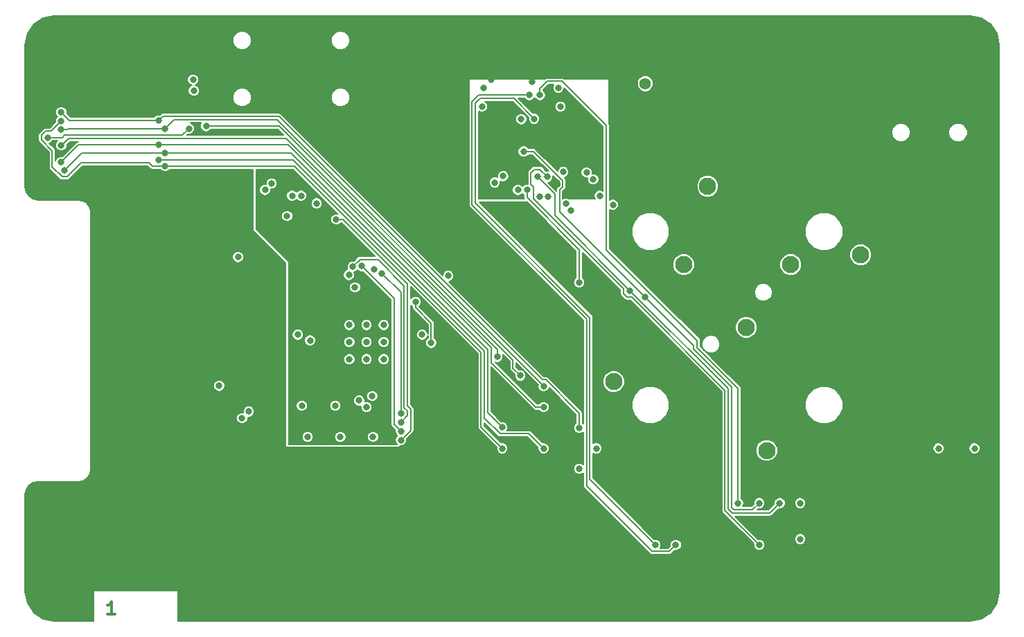
<source format=gtl>
%FSLAX34Y34*%
G04 Gerber Fmt 3.4, Leading zero omitted, Abs format*
G04 (created by PCBNEW (2014-03-01 BZR 4730)-product) date Monday, May 12, 2014 'PMt' 11:38:01 PM*
%MOIN*%
G01*
G70*
G90*
G04 APERTURE LIST*
%ADD10C,0.006000*%
%ADD11C,0.012094*%
%ADD12C,0.220472*%
%ADD13C,0.023622*%
%ADD14C,0.082677*%
%ADD15C,0.055118*%
%ADD16C,0.032000*%
%ADD17C,0.007874*%
G04 APERTURE END LIST*
G54D10*
G54D11*
X28121Y-68377D02*
X27784Y-68377D01*
X27952Y-68377D02*
X27952Y-67786D01*
X27896Y-67871D01*
X27840Y-67927D01*
X27784Y-67955D01*
G54D12*
X25196Y-40944D03*
G54D13*
X25196Y-40078D03*
X24330Y-40944D03*
X25196Y-41811D03*
X26062Y-40944D03*
X25807Y-40334D03*
X24586Y-40334D03*
X24586Y-41555D03*
X25807Y-41555D03*
G54D12*
X25196Y-67322D03*
G54D13*
X25196Y-66456D03*
X24330Y-67322D03*
X25196Y-68188D03*
X26062Y-67322D03*
X25807Y-66712D03*
X24586Y-66712D03*
X24586Y-67933D03*
X25807Y-67933D03*
G54D12*
X69291Y-67322D03*
G54D13*
X69291Y-66456D03*
X68425Y-67322D03*
X69291Y-68188D03*
X70157Y-67322D03*
X69901Y-66712D03*
X68681Y-66712D03*
X68681Y-67933D03*
X69901Y-67933D03*
G54D12*
X69291Y-40944D03*
G54D13*
X69291Y-40078D03*
X68425Y-40944D03*
X69291Y-41811D03*
X70157Y-40944D03*
X69901Y-40334D03*
X68681Y-40334D03*
X68681Y-41555D03*
X69901Y-41555D03*
G54D12*
X49606Y-40944D03*
G54D13*
X49606Y-40078D03*
X48740Y-40944D03*
X49606Y-41811D03*
X50472Y-40944D03*
X50216Y-40334D03*
X48996Y-40334D03*
X48996Y-41555D03*
X50216Y-41555D03*
G54D14*
X55492Y-56711D03*
X60648Y-51555D03*
X58507Y-54570D03*
X55492Y-51555D03*
X56651Y-47775D03*
X64017Y-51082D03*
X64401Y-55414D03*
X59490Y-60492D03*
X52124Y-57185D03*
G54D15*
X53649Y-42834D03*
X52649Y-42834D03*
G54D16*
X37677Y-49212D03*
X40157Y-57480D03*
X40314Y-52362D03*
X31889Y-42637D03*
X31929Y-43169D03*
X51299Y-60393D03*
X40511Y-57874D03*
X34251Y-58937D03*
X34566Y-58622D03*
X44173Y-52086D03*
X52086Y-48661D03*
X37125Y-58346D03*
X38740Y-58346D03*
X34055Y-51181D03*
X42913Y-54921D03*
X50078Y-48956D03*
X49822Y-48622D03*
X61102Y-64763D03*
X61102Y-63031D03*
X50472Y-61377D03*
X69488Y-60393D03*
X67755Y-60393D03*
X39685Y-52637D03*
X37519Y-55196D03*
X33149Y-57381D03*
X37086Y-48228D03*
X38779Y-49370D03*
X41889Y-60000D03*
X50452Y-48051D03*
X50196Y-47106D03*
X49940Y-48051D03*
X49055Y-43031D03*
X47283Y-47322D03*
X45787Y-46692D03*
X45787Y-47322D03*
X49566Y-46692D03*
X49370Y-47637D03*
X49094Y-44488D03*
X47952Y-47952D03*
X50472Y-52401D03*
X58110Y-63031D03*
X48582Y-43385D03*
X48937Y-47322D03*
X59133Y-65039D03*
X52913Y-52795D03*
X48464Y-47322D03*
X60118Y-63031D03*
X53622Y-53110D03*
X59133Y-63031D03*
X47795Y-46102D03*
X43346Y-55314D03*
X42598Y-53346D03*
X41889Y-59133D03*
X39566Y-51653D03*
X40000Y-51614D03*
X41889Y-59566D03*
X41889Y-58700D03*
X40984Y-51968D03*
X48307Y-44527D03*
X54133Y-65039D03*
X55118Y-65039D03*
X48070Y-43385D03*
X30236Y-46496D03*
X48759Y-60393D03*
X46535Y-55984D03*
X25551Y-45807D03*
X48759Y-57401D03*
X25551Y-45039D03*
X30551Y-45000D03*
X48759Y-58405D03*
X25551Y-46614D03*
X30236Y-45787D03*
X30551Y-46181D03*
X25708Y-47007D03*
X46771Y-59389D03*
X50472Y-59409D03*
X25551Y-44212D03*
X30236Y-44606D03*
X30551Y-46811D03*
X46771Y-60393D03*
X25551Y-44625D03*
X47637Y-56889D03*
X32519Y-44881D03*
X35748Y-58858D03*
X33070Y-40157D03*
X31496Y-40157D03*
X29921Y-40157D03*
X28346Y-40157D03*
X26771Y-40157D03*
X26771Y-41732D03*
X64566Y-52362D03*
X59842Y-51574D03*
X58661Y-51574D03*
X57480Y-51574D03*
X56299Y-51181D03*
X56299Y-50000D03*
X57086Y-48818D03*
X57874Y-47637D03*
X59448Y-47637D03*
X61023Y-47637D03*
X61811Y-48425D03*
X61023Y-49212D03*
X61023Y-50787D03*
X61811Y-51968D03*
X62992Y-51574D03*
X63385Y-50393D03*
X64566Y-53937D03*
X63385Y-53149D03*
X61811Y-53149D03*
X60236Y-53149D03*
X32086Y-44881D03*
X46456Y-57992D03*
X30157Y-43996D03*
X29586Y-43996D03*
X29547Y-46968D03*
X29842Y-47342D03*
X29842Y-43129D03*
X29547Y-42755D03*
X24074Y-42854D03*
X24389Y-42539D03*
X24468Y-47657D03*
X24114Y-47381D03*
X24704Y-44566D03*
X24704Y-46673D03*
X25433Y-46200D03*
X42913Y-61417D03*
X42519Y-62992D03*
X43307Y-64566D03*
X44488Y-65748D03*
X45669Y-66929D03*
X45669Y-68110D03*
X40551Y-59842D03*
X38976Y-59842D03*
X37401Y-59842D03*
X35826Y-59842D03*
X28346Y-66535D03*
X29921Y-66535D03*
X26771Y-66535D03*
X26771Y-68110D03*
X25984Y-65748D03*
X24409Y-65748D03*
X24409Y-64173D03*
X24409Y-62598D03*
X31496Y-68110D03*
X33070Y-68110D03*
X34645Y-68110D03*
X36220Y-68110D03*
X37795Y-68110D03*
X39370Y-68110D03*
X40944Y-68110D03*
X42519Y-68110D03*
X44094Y-68110D03*
X31496Y-66535D03*
X66141Y-68110D03*
X64566Y-68110D03*
X62992Y-68110D03*
X61417Y-68110D03*
X59842Y-68110D03*
X58267Y-68110D03*
X56692Y-68110D03*
X55118Y-68110D03*
X53543Y-68110D03*
X51968Y-68110D03*
X50393Y-68110D03*
X48818Y-68110D03*
X47244Y-68110D03*
X67716Y-68110D03*
X33858Y-61417D03*
X32677Y-60629D03*
X31889Y-59842D03*
X31102Y-58661D03*
X31889Y-57480D03*
X31889Y-55905D03*
X31889Y-54330D03*
X31889Y-52755D03*
X31889Y-51181D03*
X31102Y-50393D03*
X31102Y-48818D03*
X31889Y-48031D03*
X33070Y-48031D03*
X34251Y-49212D03*
X34251Y-47244D03*
X32283Y-47244D03*
X30708Y-47244D03*
X35354Y-47952D03*
X35669Y-47637D03*
X36653Y-48228D03*
X51141Y-47440D03*
X53149Y-46456D03*
X54724Y-46456D03*
X54724Y-47637D03*
X52755Y-48031D03*
X65748Y-44488D03*
X67322Y-44488D03*
X63110Y-43405D03*
X57480Y-43307D03*
X59055Y-42913D03*
X60629Y-43307D03*
X62204Y-42913D03*
X64055Y-43405D03*
X66929Y-43307D03*
X65354Y-42913D03*
X51968Y-41732D03*
X53543Y-41732D03*
X55118Y-41732D03*
X56692Y-41732D03*
X58267Y-41732D03*
X59842Y-41732D03*
X61417Y-41732D03*
X62992Y-41732D03*
X64566Y-41732D03*
X66141Y-41732D03*
X67716Y-41732D03*
X70078Y-50000D03*
X60629Y-45275D03*
X59055Y-45275D03*
X57480Y-45275D03*
X56692Y-46062D03*
X58267Y-46062D03*
X59842Y-46062D03*
X61417Y-46062D03*
X62204Y-46850D03*
X63385Y-48031D03*
X64566Y-49212D03*
X65748Y-50393D03*
X67322Y-50787D03*
X68897Y-50787D03*
X27559Y-48425D03*
X56692Y-66929D03*
X55118Y-66929D03*
X53543Y-66929D03*
X51968Y-66929D03*
X50393Y-66929D03*
X48818Y-66929D03*
X53149Y-65748D03*
X51968Y-64566D03*
X50787Y-63385D03*
X49212Y-63385D03*
X47637Y-63385D03*
X46062Y-63385D03*
X44881Y-64566D03*
X46062Y-65748D03*
X47244Y-66929D03*
X59055Y-66929D03*
X60629Y-66929D03*
X63779Y-66929D03*
X67716Y-64960D03*
X67716Y-63385D03*
X66535Y-62204D03*
X64960Y-62204D03*
X64960Y-60629D03*
X63385Y-60629D03*
X52362Y-61417D03*
X53937Y-61417D03*
X55511Y-61417D03*
X57086Y-61417D03*
X58661Y-61417D03*
X60236Y-60629D03*
X61811Y-60629D03*
X55511Y-53149D03*
X56692Y-54330D03*
X57874Y-55511D03*
X59448Y-55511D03*
X61023Y-55511D03*
X62598Y-55511D03*
X51574Y-55905D03*
X53149Y-55905D03*
X54724Y-55905D03*
X60236Y-58267D03*
X58661Y-58267D03*
X57086Y-58267D03*
X55511Y-58267D03*
X41732Y-40157D03*
X43307Y-40157D03*
X44881Y-40157D03*
X46456Y-40157D03*
X48031Y-40157D03*
X51968Y-40157D03*
X53543Y-40157D03*
X55118Y-40157D03*
X56692Y-40157D03*
X58267Y-40157D03*
X59842Y-40157D03*
X61417Y-40157D03*
X62992Y-40157D03*
X64566Y-40157D03*
X66141Y-40157D03*
X67716Y-40157D03*
X27559Y-50000D03*
X27559Y-51574D03*
X27559Y-53149D03*
X27559Y-54724D03*
X27559Y-56299D03*
X27559Y-57874D03*
X27559Y-59448D03*
X27559Y-61023D03*
X27559Y-62598D03*
X25984Y-62598D03*
X31555Y-62992D03*
X70078Y-48425D03*
X70078Y-51574D03*
X70078Y-53149D03*
X70078Y-54724D03*
X70078Y-56299D03*
X70078Y-57874D03*
X70078Y-59448D03*
X70078Y-61023D03*
X70078Y-62598D03*
X70078Y-64173D03*
X70078Y-65748D03*
X68503Y-65748D03*
X67716Y-66535D03*
X36417Y-49212D03*
X37834Y-48602D03*
X39881Y-58090D03*
X40236Y-58405D03*
X34074Y-60472D03*
X34074Y-59980D03*
X34842Y-59094D03*
X34055Y-57480D03*
X44488Y-52401D03*
X33110Y-51181D03*
X32421Y-64055D03*
X33287Y-62992D03*
X32421Y-61929D03*
X40236Y-56102D03*
X40236Y-54448D03*
X39409Y-55275D03*
X41062Y-55275D03*
X40236Y-55275D03*
X41062Y-56102D03*
X39409Y-56102D03*
X41062Y-54448D03*
X39409Y-54448D03*
X43740Y-54921D03*
X50826Y-47106D03*
X51456Y-48228D03*
X42125Y-47874D03*
X42125Y-46929D03*
X48188Y-42755D03*
X42795Y-43346D03*
X41850Y-43366D03*
X41850Y-42618D03*
X42795Y-42637D03*
X34921Y-40314D03*
X35708Y-40984D03*
X36496Y-40314D03*
X39645Y-40314D03*
X40433Y-40984D03*
X41220Y-40314D03*
X48976Y-48267D03*
X48582Y-48267D03*
X46811Y-47283D03*
X47519Y-47952D03*
X46220Y-42637D03*
X69291Y-47992D03*
X69291Y-47598D03*
X45885Y-43031D03*
X47677Y-44547D03*
X45787Y-43937D03*
X49468Y-43031D03*
X49566Y-43937D03*
X46397Y-47598D03*
X49704Y-47086D03*
X63110Y-46358D03*
X64055Y-46358D03*
X68464Y-46653D03*
X69133Y-45866D03*
X31811Y-58799D03*
X32362Y-59507D03*
X33228Y-58641D03*
X33228Y-49625D03*
X32362Y-48759D03*
X31811Y-49468D03*
X46771Y-56377D03*
X48503Y-56377D03*
X48503Y-61377D03*
X46771Y-61377D03*
X69488Y-55393D03*
X67755Y-55393D03*
X69488Y-54409D03*
X67755Y-54409D03*
X69488Y-52401D03*
X67755Y-52401D03*
X58110Y-66771D03*
X58110Y-65039D03*
X62125Y-66732D03*
X62125Y-65039D03*
X65118Y-66732D03*
X65118Y-65039D03*
X40610Y-51771D03*
X39389Y-52047D03*
X36929Y-54921D03*
X33149Y-56397D03*
X33149Y-56003D03*
X34015Y-55807D03*
X33149Y-55610D03*
X34015Y-55413D03*
X33149Y-55216D03*
X24901Y-45433D03*
X31692Y-45000D03*
G54D17*
X42204Y-52480D02*
X42204Y-58346D01*
X42362Y-58503D02*
X42362Y-59527D01*
X42204Y-58346D02*
X42362Y-58503D01*
X42362Y-59527D02*
X41889Y-60000D01*
X39094Y-49370D02*
X42204Y-52480D01*
X38779Y-49370D02*
X39094Y-49370D01*
X47952Y-48307D02*
X47952Y-47952D01*
X50472Y-50826D02*
X47952Y-48307D01*
X50472Y-52401D02*
X50472Y-50826D01*
X56141Y-55551D02*
X56141Y-55196D01*
X56141Y-55196D02*
X51771Y-50826D01*
X51771Y-50826D02*
X51771Y-44842D01*
X48582Y-43070D02*
X48582Y-43385D01*
X48937Y-42716D02*
X48582Y-43070D01*
X49645Y-42716D02*
X48937Y-42716D01*
X51771Y-44842D02*
X49645Y-42716D01*
X58110Y-57519D02*
X58110Y-63031D01*
X58110Y-57519D02*
X56141Y-55551D01*
X52992Y-53110D02*
X52755Y-53110D01*
X52598Y-52952D02*
X52598Y-52716D01*
X52755Y-53110D02*
X52598Y-52952D01*
X48267Y-48385D02*
X52598Y-52716D01*
X48307Y-46968D02*
X48582Y-46968D01*
X48582Y-46968D02*
X48937Y-47322D01*
X48307Y-46968D02*
X48149Y-47125D01*
X48267Y-47795D02*
X48267Y-48385D01*
X48149Y-47677D02*
X48267Y-47795D01*
X48149Y-47125D02*
X48149Y-47677D01*
X52992Y-53110D02*
X57480Y-57598D01*
X57480Y-63385D02*
X59133Y-65039D01*
X57480Y-57598D02*
X57480Y-63385D01*
X57637Y-63307D02*
X57637Y-57519D01*
X57834Y-63503D02*
X59645Y-63503D01*
X59645Y-63503D02*
X60118Y-63031D01*
X49291Y-48149D02*
X49291Y-49173D01*
X57637Y-63307D02*
X57834Y-63503D01*
X49291Y-48149D02*
X48464Y-47322D01*
X57637Y-57519D02*
X52913Y-52795D01*
X52913Y-52795D02*
X49291Y-49173D01*
X53622Y-53110D02*
X49527Y-49015D01*
X49685Y-47795D02*
X49685Y-47519D01*
X49527Y-47952D02*
X49685Y-47795D01*
X49527Y-49015D02*
X49527Y-47952D01*
X53622Y-53110D02*
X55964Y-55452D01*
X55964Y-55610D02*
X57795Y-57440D01*
X57795Y-63228D02*
X57795Y-57440D01*
X59133Y-63031D02*
X58818Y-63346D01*
X58818Y-63346D02*
X57913Y-63346D01*
X57913Y-63346D02*
X57795Y-63228D01*
X55964Y-55610D02*
X55964Y-55452D01*
X48267Y-46102D02*
X49685Y-47519D01*
X47795Y-46102D02*
X48267Y-46102D01*
X43346Y-54370D02*
X43346Y-55314D01*
X42598Y-53622D02*
X43346Y-54370D01*
X42598Y-53346D02*
X42598Y-53622D01*
X42204Y-58818D02*
X41889Y-59133D01*
X39566Y-51653D02*
X39921Y-51299D01*
X42204Y-58582D02*
X42204Y-58818D01*
X42047Y-58425D02*
X42204Y-58582D01*
X42047Y-52559D02*
X42047Y-58425D01*
X40787Y-51299D02*
X42047Y-52559D01*
X39921Y-51299D02*
X40787Y-51299D01*
X40000Y-51614D02*
X41574Y-53188D01*
X41574Y-59251D02*
X41574Y-53188D01*
X41889Y-59566D02*
X41574Y-59251D01*
X41889Y-58700D02*
X41889Y-52874D01*
X41889Y-52874D02*
X40984Y-51968D01*
X48307Y-44527D02*
X47322Y-43543D01*
X45472Y-43779D02*
X45472Y-48583D01*
X45708Y-43543D02*
X45472Y-43779D01*
X47322Y-43543D02*
X45708Y-43543D01*
X45472Y-48583D02*
X50984Y-54095D01*
X50984Y-61889D02*
X54133Y-65039D01*
X50984Y-54095D02*
X50984Y-61889D01*
X48070Y-43385D02*
X45629Y-43385D01*
X45314Y-43700D02*
X45314Y-48661D01*
X45629Y-43385D02*
X45314Y-43700D01*
X45314Y-48661D02*
X50826Y-54173D01*
X54803Y-65354D02*
X55118Y-65039D01*
X53976Y-65354D02*
X54803Y-65354D01*
X50826Y-62204D02*
X53976Y-65354D01*
X50826Y-54173D02*
X50826Y-62204D01*
X48759Y-60393D02*
X48051Y-59685D01*
X46653Y-59685D02*
X45905Y-58937D01*
X48051Y-59685D02*
X46653Y-59685D01*
X30236Y-46496D02*
X36692Y-46496D01*
X36692Y-46496D02*
X45905Y-55708D01*
X45905Y-55708D02*
X45905Y-58937D01*
X25905Y-45472D02*
X36378Y-45472D01*
X46535Y-55984D02*
X46535Y-55629D01*
X46535Y-55629D02*
X36378Y-45472D01*
X25570Y-45807D02*
X25905Y-45472D01*
X25551Y-45807D02*
X25570Y-45807D01*
X30551Y-45000D02*
X30984Y-44566D01*
X35944Y-44566D02*
X48779Y-57401D01*
X30984Y-44566D02*
X35944Y-44566D01*
X48779Y-57401D02*
X48759Y-57401D01*
X25551Y-45039D02*
X25826Y-45039D01*
X25866Y-45000D02*
X30551Y-45000D01*
X25826Y-45039D02*
X25866Y-45000D01*
X48759Y-58405D02*
X48366Y-58405D01*
X48366Y-58405D02*
X46220Y-56259D01*
X30236Y-45787D02*
X36456Y-45787D01*
X46220Y-56259D02*
X46220Y-55551D01*
X36456Y-45787D02*
X46220Y-55551D01*
X25551Y-46614D02*
X26377Y-45787D01*
X26377Y-45787D02*
X30236Y-45787D01*
X25708Y-47007D02*
X26535Y-46181D01*
X36614Y-46181D02*
X30551Y-46181D01*
X26535Y-46181D02*
X30551Y-46181D01*
X46771Y-59389D02*
X46062Y-58681D01*
X36614Y-46180D02*
X36614Y-46181D01*
X36614Y-46181D02*
X46062Y-55629D01*
X46062Y-58681D02*
X46062Y-55629D01*
X30236Y-44606D02*
X30433Y-44409D01*
X50472Y-58700D02*
X48858Y-57086D01*
X48858Y-57086D02*
X48700Y-57086D01*
X36023Y-44409D02*
X48700Y-57086D01*
X50472Y-59409D02*
X50472Y-58700D01*
X30433Y-44409D02*
X36023Y-44409D01*
X25551Y-44212D02*
X25944Y-44606D01*
X25944Y-44606D02*
X30236Y-44606D01*
X30551Y-46811D02*
X29921Y-46811D01*
X25590Y-47322D02*
X25118Y-46850D01*
X25826Y-47322D02*
X25590Y-47322D01*
X26496Y-46653D02*
X25826Y-47322D01*
X29763Y-46653D02*
X26496Y-46653D01*
X29921Y-46811D02*
X29763Y-46653D01*
X30551Y-46811D02*
X36771Y-46811D01*
X45748Y-59370D02*
X45748Y-55787D01*
X45748Y-55787D02*
X36771Y-46811D01*
X45748Y-59370D02*
X46771Y-60393D01*
X25059Y-45118D02*
X24803Y-45118D01*
X25551Y-44625D02*
X25059Y-45118D01*
X25118Y-46062D02*
X25118Y-46850D01*
X24606Y-45551D02*
X25118Y-46062D01*
X24606Y-45314D02*
X24606Y-45551D01*
X24803Y-45118D02*
X24606Y-45314D01*
X25551Y-44625D02*
X25570Y-44625D01*
X47283Y-56141D02*
X36023Y-44881D01*
X47283Y-56535D02*
X47283Y-56141D01*
X47637Y-56889D02*
X47283Y-56535D01*
X36023Y-44881D02*
X32519Y-44881D01*
X25708Y-45314D02*
X31377Y-45314D01*
X25590Y-45433D02*
X25708Y-45314D01*
X24901Y-45433D02*
X25590Y-45433D01*
X31377Y-45314D02*
X31692Y-45000D01*
G54D10*
G36*
X26377Y-45629D02*
X26317Y-45641D01*
X26266Y-45676D01*
X26266Y-45676D01*
X25606Y-46336D01*
X25496Y-46336D01*
X25393Y-46378D01*
X25315Y-46456D01*
X25275Y-46552D01*
X25275Y-46062D01*
X25275Y-46062D01*
X25275Y-46062D01*
X25263Y-46002D01*
X25263Y-46002D01*
X25246Y-45977D01*
X25229Y-45951D01*
X25229Y-45951D01*
X25229Y-45951D01*
X24979Y-45701D01*
X25058Y-45668D01*
X25137Y-45590D01*
X25137Y-45590D01*
X25374Y-45590D01*
X25315Y-45649D01*
X25273Y-45751D01*
X25273Y-45862D01*
X25315Y-45964D01*
X25393Y-46042D01*
X25495Y-46085D01*
X25606Y-46085D01*
X25708Y-46042D01*
X25786Y-45964D01*
X25829Y-45862D01*
X25829Y-45771D01*
X25970Y-45629D01*
X26377Y-45629D01*
X26377Y-45629D01*
G37*
G54D17*
X26377Y-45629D02*
X26317Y-45641D01*
X26266Y-45676D01*
X26266Y-45676D01*
X25606Y-46336D01*
X25496Y-46336D01*
X25393Y-46378D01*
X25315Y-46456D01*
X25275Y-46552D01*
X25275Y-46062D01*
X25275Y-46062D01*
X25275Y-46062D01*
X25263Y-46002D01*
X25263Y-46002D01*
X25246Y-45977D01*
X25229Y-45951D01*
X25229Y-45951D01*
X25229Y-45951D01*
X24979Y-45701D01*
X25058Y-45668D01*
X25137Y-45590D01*
X25137Y-45590D01*
X25374Y-45590D01*
X25315Y-45649D01*
X25273Y-45751D01*
X25273Y-45862D01*
X25315Y-45964D01*
X25393Y-46042D01*
X25495Y-46085D01*
X25606Y-46085D01*
X25708Y-46042D01*
X25786Y-45964D01*
X25829Y-45862D01*
X25829Y-45771D01*
X25970Y-45629D01*
X26377Y-45629D01*
G54D10*
G36*
X36233Y-45314D02*
X31600Y-45314D01*
X31637Y-45278D01*
X31747Y-45278D01*
X31850Y-45235D01*
X31928Y-45157D01*
X31970Y-45055D01*
X31971Y-44944D01*
X31928Y-44842D01*
X31850Y-44764D01*
X31754Y-44724D01*
X32283Y-44724D01*
X32241Y-44826D01*
X32241Y-44936D01*
X32283Y-45039D01*
X32361Y-45117D01*
X32464Y-45159D01*
X32574Y-45160D01*
X32677Y-45117D01*
X32755Y-45039D01*
X32755Y-45039D01*
X35958Y-45039D01*
X36233Y-45314D01*
X36233Y-45314D01*
G37*
G54D17*
X36233Y-45314D02*
X31600Y-45314D01*
X31637Y-45278D01*
X31747Y-45278D01*
X31850Y-45235D01*
X31928Y-45157D01*
X31970Y-45055D01*
X31971Y-44944D01*
X31928Y-44842D01*
X31850Y-44764D01*
X31754Y-44724D01*
X32283Y-44724D01*
X32241Y-44826D01*
X32241Y-44936D01*
X32283Y-45039D01*
X32361Y-45117D01*
X32464Y-45159D01*
X32574Y-45160D01*
X32677Y-45117D01*
X32755Y-45039D01*
X32755Y-45039D01*
X35958Y-45039D01*
X36233Y-45314D01*
G54D10*
G36*
X70673Y-67303D02*
X70564Y-67850D01*
X70265Y-68297D01*
X69818Y-68595D01*
X69766Y-68606D01*
X69766Y-60338D01*
X69724Y-60236D01*
X69645Y-60158D01*
X69543Y-60115D01*
X69433Y-60115D01*
X69330Y-60157D01*
X69252Y-60235D01*
X69210Y-60338D01*
X69210Y-60448D01*
X69252Y-60551D01*
X69330Y-60629D01*
X69432Y-60671D01*
X69543Y-60671D01*
X69645Y-60629D01*
X69723Y-60551D01*
X69766Y-60449D01*
X69766Y-60338D01*
X69766Y-68606D01*
X69272Y-68704D01*
X69153Y-68704D01*
X69153Y-45107D01*
X69084Y-44940D01*
X68957Y-44813D01*
X68791Y-44744D01*
X68611Y-44744D01*
X68444Y-44812D01*
X68317Y-44940D01*
X68248Y-45106D01*
X68247Y-45286D01*
X68316Y-45452D01*
X68443Y-45580D01*
X68610Y-45649D01*
X68790Y-45649D01*
X68956Y-45580D01*
X69084Y-45453D01*
X69153Y-45287D01*
X69153Y-45107D01*
X69153Y-68704D01*
X68034Y-68704D01*
X68034Y-60338D01*
X67991Y-60236D01*
X67913Y-60158D01*
X67811Y-60115D01*
X67700Y-60115D01*
X67598Y-60157D01*
X67520Y-60235D01*
X67477Y-60338D01*
X67477Y-60448D01*
X67519Y-60551D01*
X67598Y-60629D01*
X67700Y-60671D01*
X67810Y-60671D01*
X67913Y-60629D01*
X67991Y-60551D01*
X68033Y-60449D01*
X68034Y-60338D01*
X68034Y-68704D01*
X66397Y-68704D01*
X66397Y-45107D01*
X66328Y-44940D01*
X66201Y-44813D01*
X66035Y-44744D01*
X65855Y-44744D01*
X65688Y-44812D01*
X65561Y-44940D01*
X65492Y-45106D01*
X65492Y-45286D01*
X65560Y-45452D01*
X65688Y-45580D01*
X65854Y-45649D01*
X66034Y-45649D01*
X66201Y-45580D01*
X66328Y-45453D01*
X66397Y-45287D01*
X66397Y-45107D01*
X66397Y-68704D01*
X64548Y-68704D01*
X64548Y-50977D01*
X64468Y-50782D01*
X64318Y-50632D01*
X64123Y-50551D01*
X63912Y-50551D01*
X63716Y-50631D01*
X63567Y-50781D01*
X63485Y-50976D01*
X63485Y-51187D01*
X63566Y-51383D01*
X63715Y-51532D01*
X63911Y-51614D01*
X64122Y-51614D01*
X64317Y-51533D01*
X64467Y-51384D01*
X64548Y-51188D01*
X64548Y-50977D01*
X64548Y-68704D01*
X63152Y-68704D01*
X63152Y-58130D01*
X63152Y-49778D01*
X63014Y-49445D01*
X62760Y-49190D01*
X62427Y-49052D01*
X62067Y-49052D01*
X61734Y-49189D01*
X61479Y-49444D01*
X61341Y-49776D01*
X61341Y-50137D01*
X61478Y-50470D01*
X61733Y-50725D01*
X62065Y-50863D01*
X62426Y-50863D01*
X62759Y-50725D01*
X63014Y-50471D01*
X63152Y-50138D01*
X63152Y-49778D01*
X63152Y-58130D01*
X63014Y-57797D01*
X62760Y-57542D01*
X62427Y-57404D01*
X62067Y-57404D01*
X61734Y-57541D01*
X61479Y-57796D01*
X61341Y-58128D01*
X61341Y-58489D01*
X61478Y-58822D01*
X61733Y-59077D01*
X62065Y-59215D01*
X62426Y-59215D01*
X62759Y-59077D01*
X63014Y-58823D01*
X63152Y-58490D01*
X63152Y-58130D01*
X63152Y-68704D01*
X61380Y-68704D01*
X61380Y-64708D01*
X61380Y-62976D01*
X61338Y-62874D01*
X61260Y-62795D01*
X61180Y-62762D01*
X61180Y-51450D01*
X61099Y-51255D01*
X60950Y-51105D01*
X60755Y-51024D01*
X60543Y-51024D01*
X60348Y-51105D01*
X60198Y-51254D01*
X60117Y-51449D01*
X60117Y-51661D01*
X60197Y-51856D01*
X60347Y-52006D01*
X60542Y-52087D01*
X60754Y-52087D01*
X60949Y-52006D01*
X61099Y-51857D01*
X61180Y-51662D01*
X61180Y-51450D01*
X61180Y-62762D01*
X61157Y-62753D01*
X61047Y-62753D01*
X60945Y-62795D01*
X60866Y-62873D01*
X60824Y-62975D01*
X60824Y-63086D01*
X60866Y-63188D01*
X60944Y-63267D01*
X61046Y-63309D01*
X61157Y-63309D01*
X61259Y-63267D01*
X61337Y-63189D01*
X61380Y-63087D01*
X61380Y-62976D01*
X61380Y-64708D01*
X61338Y-64606D01*
X61260Y-64528D01*
X61157Y-64485D01*
X61047Y-64485D01*
X60945Y-64527D01*
X60866Y-64606D01*
X60824Y-64708D01*
X60824Y-64818D01*
X60866Y-64921D01*
X60944Y-64999D01*
X61046Y-65041D01*
X61157Y-65041D01*
X61259Y-64999D01*
X61337Y-64921D01*
X61380Y-64819D01*
X61380Y-64708D01*
X61380Y-68704D01*
X60396Y-68704D01*
X60396Y-62976D01*
X60354Y-62874D01*
X60275Y-62795D01*
X60173Y-62753D01*
X60063Y-62753D01*
X60022Y-62770D01*
X60022Y-60386D01*
X59941Y-60191D01*
X59792Y-60041D01*
X59756Y-60027D01*
X59756Y-52795D01*
X59690Y-52636D01*
X59569Y-52514D01*
X59410Y-52448D01*
X59237Y-52447D01*
X59078Y-52513D01*
X58956Y-52635D01*
X58890Y-52794D01*
X58890Y-52966D01*
X58956Y-53126D01*
X59077Y-53248D01*
X59237Y-53314D01*
X59409Y-53314D01*
X59568Y-53248D01*
X59690Y-53126D01*
X59756Y-52967D01*
X59756Y-52795D01*
X59756Y-60027D01*
X59596Y-59960D01*
X59385Y-59960D01*
X59189Y-60041D01*
X59040Y-60190D01*
X59039Y-60192D01*
X59039Y-54465D01*
X58958Y-54270D01*
X58809Y-54120D01*
X58614Y-54039D01*
X58402Y-54039D01*
X58207Y-54120D01*
X58057Y-54269D01*
X57976Y-54464D01*
X57976Y-54676D01*
X58057Y-54871D01*
X58206Y-55021D01*
X58401Y-55102D01*
X58613Y-55102D01*
X58808Y-55021D01*
X58958Y-54872D01*
X59039Y-54677D01*
X59039Y-54465D01*
X59039Y-60192D01*
X58959Y-60385D01*
X58958Y-60597D01*
X59039Y-60792D01*
X59189Y-60942D01*
X59384Y-61023D01*
X59595Y-61023D01*
X59791Y-60942D01*
X59940Y-60793D01*
X60021Y-60598D01*
X60022Y-60386D01*
X60022Y-62770D01*
X59960Y-62795D01*
X59882Y-62873D01*
X59840Y-62975D01*
X59839Y-63086D01*
X59840Y-63086D01*
X59580Y-63346D01*
X59041Y-63346D01*
X59078Y-63309D01*
X59188Y-63309D01*
X59291Y-63267D01*
X59369Y-63189D01*
X59411Y-63087D01*
X59412Y-62976D01*
X59369Y-62874D01*
X59291Y-62795D01*
X59189Y-62753D01*
X59078Y-62753D01*
X58976Y-62795D01*
X58898Y-62873D01*
X58855Y-62975D01*
X58855Y-63086D01*
X58855Y-63086D01*
X58753Y-63188D01*
X58345Y-63188D01*
X58388Y-63087D01*
X58388Y-62976D01*
X58346Y-62874D01*
X58267Y-62795D01*
X58267Y-62795D01*
X58267Y-57519D01*
X58267Y-57519D01*
X58267Y-57519D01*
X58255Y-57459D01*
X58255Y-57459D01*
X58221Y-57408D01*
X57251Y-56437D01*
X57251Y-55300D01*
X57185Y-55141D01*
X57182Y-55138D01*
X57182Y-47670D01*
X57102Y-47474D01*
X56952Y-47325D01*
X56757Y-47244D01*
X56545Y-47244D01*
X56350Y-47324D01*
X56200Y-47474D01*
X56119Y-47669D01*
X56119Y-47880D01*
X56200Y-48076D01*
X56349Y-48225D01*
X56544Y-48306D01*
X56756Y-48307D01*
X56951Y-48226D01*
X57101Y-48077D01*
X57182Y-47881D01*
X57182Y-47670D01*
X57182Y-55138D01*
X57063Y-55019D01*
X56904Y-54953D01*
X56732Y-54953D01*
X56573Y-55019D01*
X56451Y-55140D01*
X56385Y-55300D01*
X56384Y-55472D01*
X56450Y-55631D01*
X56572Y-55753D01*
X56731Y-55819D01*
X56903Y-55819D01*
X57063Y-55753D01*
X57185Y-55632D01*
X57251Y-55473D01*
X57251Y-55300D01*
X57251Y-56437D01*
X56299Y-55485D01*
X56299Y-55196D01*
X56299Y-55196D01*
X56299Y-55196D01*
X56287Y-55136D01*
X56253Y-55085D01*
X56253Y-55085D01*
X56253Y-55085D01*
X56024Y-54856D01*
X56024Y-51450D01*
X55943Y-51255D01*
X55794Y-51105D01*
X55599Y-51024D01*
X55387Y-51024D01*
X55192Y-51105D01*
X55042Y-51254D01*
X54961Y-51449D01*
X54961Y-51661D01*
X55042Y-51856D01*
X55191Y-52006D01*
X55386Y-52087D01*
X55598Y-52087D01*
X55793Y-52006D01*
X55943Y-51857D01*
X56024Y-51662D01*
X56024Y-51450D01*
X56024Y-54856D01*
X54800Y-53632D01*
X54800Y-49778D01*
X54662Y-49445D01*
X54408Y-49190D01*
X54075Y-49052D01*
X54043Y-49052D01*
X54043Y-42756D01*
X53983Y-42611D01*
X53872Y-42501D01*
X53728Y-42441D01*
X53571Y-42440D01*
X53426Y-42500D01*
X53316Y-42611D01*
X53255Y-42755D01*
X53255Y-42912D01*
X53315Y-43057D01*
X53426Y-43168D01*
X53570Y-43228D01*
X53727Y-43228D01*
X53872Y-43168D01*
X53983Y-43057D01*
X54043Y-42913D01*
X54043Y-42756D01*
X54043Y-49052D01*
X53715Y-49052D01*
X53382Y-49189D01*
X53127Y-49444D01*
X52989Y-49776D01*
X52989Y-50137D01*
X53126Y-50470D01*
X53381Y-50725D01*
X53713Y-50863D01*
X54074Y-50863D01*
X54407Y-50725D01*
X54662Y-50471D01*
X54800Y-50138D01*
X54800Y-49778D01*
X54800Y-53632D01*
X51929Y-50761D01*
X51929Y-48897D01*
X52031Y-48939D01*
X52141Y-48939D01*
X52243Y-48897D01*
X52322Y-48819D01*
X52364Y-48716D01*
X52364Y-48606D01*
X52322Y-48504D01*
X52244Y-48425D01*
X52142Y-48383D01*
X52031Y-48383D01*
X51929Y-48425D01*
X51929Y-48425D01*
X51929Y-44842D01*
X51917Y-44782D01*
X51917Y-44782D01*
X51889Y-44741D01*
X51889Y-42598D01*
X49746Y-42598D01*
X49705Y-42571D01*
X49645Y-42559D01*
X48937Y-42559D01*
X48876Y-42571D01*
X48835Y-42598D01*
X45157Y-42598D01*
X45157Y-43700D01*
X45157Y-48543D01*
X45157Y-48661D01*
X45169Y-48721D01*
X45203Y-48772D01*
X50669Y-54238D01*
X50669Y-59212D01*
X50630Y-59173D01*
X50629Y-59173D01*
X50629Y-58700D01*
X50629Y-58700D01*
X50629Y-58700D01*
X50617Y-58640D01*
X50583Y-58589D01*
X50583Y-58589D01*
X50583Y-58589D01*
X48969Y-56975D01*
X48918Y-56941D01*
X48858Y-56929D01*
X48766Y-56929D01*
X44201Y-52364D01*
X44228Y-52364D01*
X44330Y-52322D01*
X44408Y-52244D01*
X44451Y-52142D01*
X44451Y-52031D01*
X44409Y-51929D01*
X44330Y-51850D01*
X44228Y-51808D01*
X44118Y-51808D01*
X44015Y-51850D01*
X43937Y-51928D01*
X43895Y-52031D01*
X43895Y-52058D01*
X39429Y-47592D01*
X39429Y-43414D01*
X39429Y-40658D01*
X39360Y-40491D01*
X39233Y-40364D01*
X39066Y-40295D01*
X38886Y-40295D01*
X38720Y-40363D01*
X38592Y-40491D01*
X38523Y-40657D01*
X38523Y-40837D01*
X38592Y-41004D01*
X38719Y-41131D01*
X38885Y-41200D01*
X39066Y-41200D01*
X39232Y-41132D01*
X39359Y-41004D01*
X39429Y-40838D01*
X39429Y-40658D01*
X39429Y-43414D01*
X39360Y-43247D01*
X39233Y-43120D01*
X39066Y-43051D01*
X38886Y-43051D01*
X38720Y-43119D01*
X38592Y-43247D01*
X38523Y-43413D01*
X38523Y-43593D01*
X38592Y-43760D01*
X38719Y-43887D01*
X38885Y-43956D01*
X39066Y-43956D01*
X39232Y-43887D01*
X39359Y-43760D01*
X39429Y-43594D01*
X39429Y-43414D01*
X39429Y-47592D01*
X36134Y-44298D01*
X36083Y-44263D01*
X36023Y-44251D01*
X34704Y-44251D01*
X34704Y-43414D01*
X34704Y-40658D01*
X34636Y-40491D01*
X34508Y-40364D01*
X34342Y-40295D01*
X34162Y-40295D01*
X33995Y-40363D01*
X33868Y-40491D01*
X33799Y-40657D01*
X33799Y-40837D01*
X33867Y-41004D01*
X33995Y-41131D01*
X34161Y-41200D01*
X34341Y-41200D01*
X34508Y-41132D01*
X34635Y-41004D01*
X34704Y-40838D01*
X34704Y-40658D01*
X34704Y-43414D01*
X34636Y-43247D01*
X34508Y-43120D01*
X34342Y-43051D01*
X34162Y-43051D01*
X33995Y-43119D01*
X33868Y-43247D01*
X33799Y-43413D01*
X33799Y-43593D01*
X33867Y-43760D01*
X33995Y-43887D01*
X34161Y-43956D01*
X34341Y-43956D01*
X34508Y-43887D01*
X34635Y-43760D01*
X34704Y-43594D01*
X34704Y-43414D01*
X34704Y-44251D01*
X32207Y-44251D01*
X32207Y-43114D01*
X32165Y-43011D01*
X32086Y-42933D01*
X31994Y-42895D01*
X32047Y-42873D01*
X32125Y-42795D01*
X32167Y-42693D01*
X32167Y-42582D01*
X32125Y-42480D01*
X32047Y-42402D01*
X31945Y-42359D01*
X31834Y-42359D01*
X31732Y-42401D01*
X31654Y-42480D01*
X31611Y-42582D01*
X31611Y-42692D01*
X31653Y-42795D01*
X31732Y-42873D01*
X31824Y-42911D01*
X31771Y-42933D01*
X31693Y-43011D01*
X31651Y-43113D01*
X31650Y-43224D01*
X31693Y-43326D01*
X31771Y-43404D01*
X31873Y-43447D01*
X31984Y-43447D01*
X32086Y-43405D01*
X32164Y-43327D01*
X32207Y-43224D01*
X32207Y-43114D01*
X32207Y-44251D01*
X30433Y-44251D01*
X30433Y-44251D01*
X30372Y-44263D01*
X30321Y-44298D01*
X30291Y-44328D01*
X30181Y-44328D01*
X30078Y-44370D01*
X30000Y-44448D01*
X30000Y-44448D01*
X26010Y-44448D01*
X25829Y-44267D01*
X25829Y-44157D01*
X25787Y-44055D01*
X25708Y-43976D01*
X25606Y-43934D01*
X25496Y-43934D01*
X25393Y-43976D01*
X25315Y-44054D01*
X25273Y-44157D01*
X25273Y-44267D01*
X25315Y-44369D01*
X25364Y-44419D01*
X25315Y-44468D01*
X25273Y-44570D01*
X25273Y-44681D01*
X25273Y-44681D01*
X24993Y-44960D01*
X24803Y-44960D01*
X24803Y-44960D01*
X24742Y-44972D01*
X24691Y-45006D01*
X24494Y-45203D01*
X24460Y-45254D01*
X24448Y-45314D01*
X24448Y-45551D01*
X24460Y-45611D01*
X24494Y-45662D01*
X24960Y-46128D01*
X24960Y-46850D01*
X24972Y-46910D01*
X25006Y-46961D01*
X25479Y-47434D01*
X25530Y-47468D01*
X25530Y-47468D01*
X25590Y-47480D01*
X25826Y-47480D01*
X25887Y-47468D01*
X25887Y-47468D01*
X25938Y-47434D01*
X26561Y-46811D01*
X29698Y-46811D01*
X29809Y-46922D01*
X29809Y-46922D01*
X29860Y-46956D01*
X29860Y-46956D01*
X29921Y-46968D01*
X30315Y-46968D01*
X30393Y-47046D01*
X30495Y-47089D01*
X30606Y-47089D01*
X30708Y-47046D01*
X30786Y-46968D01*
X30786Y-46968D01*
X34763Y-46968D01*
X34763Y-49891D01*
X36338Y-51466D01*
X36338Y-60354D01*
X41850Y-60354D01*
X41850Y-60278D01*
X41944Y-60278D01*
X42047Y-60235D01*
X42125Y-60157D01*
X42167Y-60055D01*
X42167Y-59944D01*
X42167Y-59944D01*
X42473Y-59638D01*
X42507Y-59587D01*
X42507Y-59587D01*
X42519Y-59527D01*
X42519Y-58503D01*
X42507Y-58443D01*
X42507Y-58443D01*
X42473Y-58392D01*
X42473Y-58392D01*
X42362Y-58281D01*
X42362Y-53503D01*
X42362Y-53503D01*
X42440Y-53582D01*
X42440Y-53582D01*
X42440Y-53622D01*
X42452Y-53682D01*
X42487Y-53733D01*
X43188Y-54435D01*
X43188Y-54859D01*
X43149Y-54763D01*
X43071Y-54685D01*
X42968Y-54643D01*
X42858Y-54643D01*
X42756Y-54685D01*
X42677Y-54763D01*
X42635Y-54865D01*
X42635Y-54976D01*
X42677Y-55078D01*
X42755Y-55156D01*
X42857Y-55199D01*
X42968Y-55199D01*
X43070Y-55157D01*
X43149Y-55079D01*
X43188Y-54982D01*
X43188Y-55079D01*
X43110Y-55157D01*
X43068Y-55259D01*
X43068Y-55370D01*
X43110Y-55472D01*
X43188Y-55550D01*
X43290Y-55593D01*
X43401Y-55593D01*
X43503Y-55550D01*
X43582Y-55472D01*
X43624Y-55370D01*
X43624Y-55259D01*
X43582Y-55157D01*
X43504Y-55079D01*
X43503Y-55079D01*
X43503Y-54370D01*
X43503Y-54370D01*
X43503Y-54370D01*
X43491Y-54309D01*
X43491Y-54309D01*
X43457Y-54258D01*
X42768Y-53569D01*
X42834Y-53504D01*
X42876Y-53402D01*
X42876Y-53291D01*
X42834Y-53189D01*
X42756Y-53110D01*
X42653Y-53068D01*
X42543Y-53068D01*
X42441Y-53110D01*
X42362Y-53188D01*
X42362Y-53190D01*
X42362Y-52624D01*
X45590Y-55852D01*
X45590Y-59370D01*
X45602Y-59430D01*
X45636Y-59481D01*
X46493Y-60338D01*
X46493Y-60448D01*
X46535Y-60551D01*
X46613Y-60629D01*
X46716Y-60671D01*
X46826Y-60671D01*
X46928Y-60629D01*
X47007Y-60551D01*
X47049Y-60449D01*
X47049Y-60338D01*
X47007Y-60236D01*
X46929Y-60158D01*
X46827Y-60115D01*
X46716Y-60115D01*
X46716Y-60115D01*
X45905Y-59304D01*
X45905Y-59159D01*
X46542Y-59796D01*
X46593Y-59830D01*
X46593Y-59830D01*
X46653Y-59842D01*
X46653Y-59842D01*
X46653Y-59842D01*
X47985Y-59842D01*
X48481Y-60338D01*
X48481Y-60448D01*
X48523Y-60551D01*
X48602Y-60629D01*
X48704Y-60671D01*
X48814Y-60671D01*
X48917Y-60629D01*
X48995Y-60551D01*
X49037Y-60449D01*
X49038Y-60338D01*
X48995Y-60236D01*
X48917Y-60158D01*
X48815Y-60115D01*
X48704Y-60115D01*
X48704Y-60115D01*
X48162Y-59573D01*
X48111Y-59539D01*
X48051Y-59527D01*
X47015Y-59527D01*
X47049Y-59445D01*
X47049Y-59334D01*
X47007Y-59232D01*
X46929Y-59154D01*
X46827Y-59111D01*
X46716Y-59111D01*
X46716Y-59111D01*
X46220Y-58615D01*
X46220Y-56482D01*
X48254Y-58516D01*
X48305Y-58551D01*
X48305Y-58551D01*
X48366Y-58562D01*
X48524Y-58562D01*
X48602Y-58641D01*
X48704Y-58683D01*
X48814Y-58683D01*
X48917Y-58641D01*
X48995Y-58563D01*
X49037Y-58461D01*
X49038Y-58350D01*
X48995Y-58248D01*
X48917Y-58169D01*
X48815Y-58127D01*
X48704Y-58127D01*
X48602Y-58169D01*
X48524Y-58247D01*
X48524Y-58248D01*
X48431Y-58248D01*
X46421Y-56238D01*
X46479Y-56262D01*
X46590Y-56262D01*
X46692Y-56220D01*
X46771Y-56141D01*
X46813Y-56039D01*
X46813Y-55929D01*
X46789Y-55870D01*
X47125Y-56206D01*
X47125Y-56535D01*
X47137Y-56595D01*
X47172Y-56646D01*
X47359Y-56834D01*
X47359Y-56944D01*
X47401Y-57047D01*
X47480Y-57125D01*
X47582Y-57167D01*
X47692Y-57167D01*
X47795Y-57125D01*
X47873Y-57047D01*
X47915Y-56945D01*
X47915Y-56834D01*
X47873Y-56732D01*
X47795Y-56654D01*
X47693Y-56611D01*
X47582Y-56611D01*
X47582Y-56611D01*
X47440Y-56470D01*
X47440Y-56285D01*
X48487Y-57332D01*
X48481Y-57346D01*
X48481Y-57456D01*
X48523Y-57558D01*
X48602Y-57637D01*
X48704Y-57679D01*
X48814Y-57679D01*
X48917Y-57637D01*
X48995Y-57559D01*
X49028Y-57479D01*
X50314Y-58766D01*
X50314Y-59173D01*
X50236Y-59251D01*
X50194Y-59353D01*
X50194Y-59464D01*
X50236Y-59566D01*
X50314Y-59645D01*
X50416Y-59687D01*
X50527Y-59687D01*
X50629Y-59645D01*
X50669Y-59605D01*
X50669Y-61181D01*
X50630Y-61142D01*
X50528Y-61099D01*
X50417Y-61099D01*
X50315Y-61142D01*
X50236Y-61220D01*
X50194Y-61322D01*
X50194Y-61433D01*
X50236Y-61535D01*
X50314Y-61613D01*
X50416Y-61656D01*
X50527Y-61656D01*
X50629Y-61613D01*
X50669Y-61574D01*
X50669Y-62204D01*
X50681Y-62264D01*
X50715Y-62316D01*
X53865Y-65465D01*
X53865Y-65465D01*
X53916Y-65499D01*
X53916Y-65499D01*
X53976Y-65511D01*
X54803Y-65511D01*
X54863Y-65499D01*
X54863Y-65499D01*
X54914Y-65465D01*
X55062Y-65317D01*
X55173Y-65317D01*
X55275Y-65275D01*
X55353Y-65197D01*
X55396Y-65094D01*
X55396Y-64984D01*
X55354Y-64882D01*
X55275Y-64803D01*
X55173Y-64761D01*
X55063Y-64761D01*
X54960Y-64803D01*
X54882Y-64881D01*
X54840Y-64983D01*
X54839Y-65094D01*
X54840Y-65094D01*
X54800Y-65134D01*
X54800Y-58130D01*
X54662Y-57797D01*
X54408Y-57542D01*
X54075Y-57404D01*
X53715Y-57404D01*
X53382Y-57541D01*
X53127Y-57796D01*
X52989Y-58128D01*
X52989Y-58489D01*
X53126Y-58822D01*
X53381Y-59077D01*
X53713Y-59215D01*
X54074Y-59215D01*
X54407Y-59077D01*
X54662Y-58823D01*
X54800Y-58490D01*
X54800Y-58130D01*
X54800Y-65134D01*
X54737Y-65196D01*
X54369Y-65196D01*
X54411Y-65094D01*
X54412Y-64984D01*
X54369Y-64882D01*
X54291Y-64803D01*
X54189Y-64761D01*
X54078Y-64761D01*
X54078Y-64761D01*
X52655Y-63338D01*
X52655Y-57079D01*
X52575Y-56884D01*
X52425Y-56734D01*
X52230Y-56653D01*
X52019Y-56653D01*
X51823Y-56734D01*
X51674Y-56883D01*
X51593Y-57078D01*
X51592Y-57290D01*
X51673Y-57485D01*
X51822Y-57635D01*
X52018Y-57716D01*
X52229Y-57716D01*
X52425Y-57635D01*
X52574Y-57486D01*
X52655Y-57291D01*
X52655Y-57079D01*
X52655Y-63338D01*
X51141Y-61824D01*
X51141Y-60629D01*
X51243Y-60671D01*
X51354Y-60671D01*
X51456Y-60629D01*
X51534Y-60551D01*
X51577Y-60449D01*
X51577Y-60338D01*
X51535Y-60236D01*
X51456Y-60158D01*
X51354Y-60115D01*
X51244Y-60115D01*
X51141Y-60157D01*
X51141Y-60157D01*
X51141Y-54095D01*
X51129Y-54035D01*
X51129Y-54035D01*
X51095Y-53983D01*
X45654Y-48543D01*
X47966Y-48543D01*
X50314Y-50892D01*
X50314Y-52165D01*
X50236Y-52243D01*
X50194Y-52346D01*
X50194Y-52456D01*
X50236Y-52558D01*
X50314Y-52637D01*
X50416Y-52679D01*
X50527Y-52679D01*
X50629Y-52637D01*
X50708Y-52559D01*
X50750Y-52457D01*
X50750Y-52346D01*
X50708Y-52244D01*
X50630Y-52165D01*
X50629Y-52165D01*
X50629Y-50970D01*
X52440Y-52781D01*
X52440Y-52952D01*
X52452Y-53013D01*
X52487Y-53064D01*
X52644Y-53221D01*
X52644Y-53221D01*
X52695Y-53255D01*
X52695Y-53255D01*
X52755Y-53267D01*
X52926Y-53267D01*
X57322Y-57663D01*
X57322Y-63385D01*
X57334Y-63446D01*
X57368Y-63497D01*
X58855Y-64984D01*
X58855Y-65094D01*
X58897Y-65196D01*
X58976Y-65275D01*
X59078Y-65317D01*
X59188Y-65317D01*
X59291Y-65275D01*
X59369Y-65197D01*
X59411Y-65094D01*
X59412Y-64984D01*
X59369Y-64882D01*
X59291Y-64803D01*
X59189Y-64761D01*
X59078Y-64761D01*
X59078Y-64761D01*
X57978Y-63661D01*
X59645Y-63661D01*
X59705Y-63649D01*
X59705Y-63649D01*
X59757Y-63615D01*
X60062Y-63309D01*
X60173Y-63309D01*
X60275Y-63267D01*
X60353Y-63189D01*
X60396Y-63087D01*
X60396Y-62976D01*
X60396Y-68704D01*
X34845Y-68704D01*
X34845Y-58566D01*
X34802Y-58464D01*
X34724Y-58386D01*
X34622Y-58343D01*
X34511Y-58343D01*
X34409Y-58386D01*
X34333Y-58462D01*
X34333Y-51126D01*
X34291Y-51023D01*
X34212Y-50945D01*
X34110Y-50903D01*
X34000Y-50902D01*
X33897Y-50945D01*
X33819Y-51023D01*
X33777Y-51125D01*
X33776Y-51236D01*
X33819Y-51338D01*
X33897Y-51416D01*
X33999Y-51459D01*
X34110Y-51459D01*
X34212Y-51417D01*
X34290Y-51338D01*
X34333Y-51236D01*
X34333Y-51126D01*
X34333Y-58462D01*
X34331Y-58464D01*
X34288Y-58566D01*
X34288Y-58658D01*
X34196Y-58658D01*
X34094Y-58701D01*
X34016Y-58779D01*
X33973Y-58881D01*
X33973Y-58992D01*
X34016Y-59094D01*
X34094Y-59172D01*
X34196Y-59215D01*
X34307Y-59215D01*
X34409Y-59172D01*
X34487Y-59094D01*
X34530Y-58992D01*
X34530Y-58900D01*
X34622Y-58900D01*
X34724Y-58857D01*
X34802Y-58779D01*
X34844Y-58677D01*
X34845Y-58566D01*
X34845Y-68704D01*
X33427Y-68704D01*
X33427Y-57326D01*
X33385Y-57224D01*
X33307Y-57146D01*
X33205Y-57103D01*
X33094Y-57103D01*
X32992Y-57145D01*
X32913Y-57224D01*
X32871Y-57326D01*
X32871Y-57436D01*
X32913Y-57539D01*
X32991Y-57617D01*
X33094Y-57659D01*
X33204Y-57660D01*
X33306Y-57617D01*
X33385Y-57539D01*
X33427Y-57437D01*
X33427Y-57326D01*
X33427Y-68704D01*
X31181Y-68704D01*
X31181Y-67244D01*
X27086Y-67244D01*
X27086Y-68704D01*
X25215Y-68704D01*
X24669Y-68595D01*
X24222Y-68297D01*
X23923Y-67850D01*
X23815Y-67303D01*
X23815Y-62617D01*
X23863Y-62372D01*
X23991Y-62180D01*
X24183Y-62052D01*
X24428Y-62004D01*
X26377Y-62004D01*
X26396Y-62000D01*
X26415Y-62000D01*
X26566Y-61970D01*
X26566Y-61970D01*
X26635Y-61941D01*
X26635Y-61941D01*
X26763Y-61856D01*
X26763Y-61856D01*
X26763Y-61856D01*
X26816Y-61802D01*
X26816Y-61802D01*
X26902Y-61675D01*
X26931Y-61605D01*
X26931Y-61605D01*
X26961Y-61454D01*
X26961Y-61435D01*
X26964Y-61417D01*
X26964Y-49015D01*
X26961Y-48997D01*
X26961Y-48978D01*
X26931Y-48827D01*
X26931Y-48827D01*
X26902Y-48757D01*
X26816Y-48630D01*
X26816Y-48630D01*
X26763Y-48576D01*
X26763Y-48576D01*
X26635Y-48491D01*
X26566Y-48462D01*
X26566Y-48462D01*
X26415Y-48432D01*
X26396Y-48432D01*
X26377Y-48428D01*
X24428Y-48428D01*
X24183Y-48380D01*
X23991Y-48252D01*
X23863Y-48060D01*
X23815Y-47815D01*
X23815Y-40963D01*
X23923Y-40417D01*
X24222Y-39970D01*
X24669Y-39671D01*
X25215Y-39563D01*
X69272Y-39563D01*
X69818Y-39671D01*
X70265Y-39970D01*
X70564Y-40417D01*
X70673Y-40963D01*
X70673Y-67303D01*
X70673Y-67303D01*
G37*
G54D17*
X70673Y-67303D02*
X70564Y-67850D01*
X70265Y-68297D01*
X69818Y-68595D01*
X69766Y-68606D01*
X69766Y-60338D01*
X69724Y-60236D01*
X69645Y-60158D01*
X69543Y-60115D01*
X69433Y-60115D01*
X69330Y-60157D01*
X69252Y-60235D01*
X69210Y-60338D01*
X69210Y-60448D01*
X69252Y-60551D01*
X69330Y-60629D01*
X69432Y-60671D01*
X69543Y-60671D01*
X69645Y-60629D01*
X69723Y-60551D01*
X69766Y-60449D01*
X69766Y-60338D01*
X69766Y-68606D01*
X69272Y-68704D01*
X69153Y-68704D01*
X69153Y-45107D01*
X69084Y-44940D01*
X68957Y-44813D01*
X68791Y-44744D01*
X68611Y-44744D01*
X68444Y-44812D01*
X68317Y-44940D01*
X68248Y-45106D01*
X68247Y-45286D01*
X68316Y-45452D01*
X68443Y-45580D01*
X68610Y-45649D01*
X68790Y-45649D01*
X68956Y-45580D01*
X69084Y-45453D01*
X69153Y-45287D01*
X69153Y-45107D01*
X69153Y-68704D01*
X68034Y-68704D01*
X68034Y-60338D01*
X67991Y-60236D01*
X67913Y-60158D01*
X67811Y-60115D01*
X67700Y-60115D01*
X67598Y-60157D01*
X67520Y-60235D01*
X67477Y-60338D01*
X67477Y-60448D01*
X67519Y-60551D01*
X67598Y-60629D01*
X67700Y-60671D01*
X67810Y-60671D01*
X67913Y-60629D01*
X67991Y-60551D01*
X68033Y-60449D01*
X68034Y-60338D01*
X68034Y-68704D01*
X66397Y-68704D01*
X66397Y-45107D01*
X66328Y-44940D01*
X66201Y-44813D01*
X66035Y-44744D01*
X65855Y-44744D01*
X65688Y-44812D01*
X65561Y-44940D01*
X65492Y-45106D01*
X65492Y-45286D01*
X65560Y-45452D01*
X65688Y-45580D01*
X65854Y-45649D01*
X66034Y-45649D01*
X66201Y-45580D01*
X66328Y-45453D01*
X66397Y-45287D01*
X66397Y-45107D01*
X66397Y-68704D01*
X64548Y-68704D01*
X64548Y-50977D01*
X64468Y-50782D01*
X64318Y-50632D01*
X64123Y-50551D01*
X63912Y-50551D01*
X63716Y-50631D01*
X63567Y-50781D01*
X63485Y-50976D01*
X63485Y-51187D01*
X63566Y-51383D01*
X63715Y-51532D01*
X63911Y-51614D01*
X64122Y-51614D01*
X64317Y-51533D01*
X64467Y-51384D01*
X64548Y-51188D01*
X64548Y-50977D01*
X64548Y-68704D01*
X63152Y-68704D01*
X63152Y-58130D01*
X63152Y-49778D01*
X63014Y-49445D01*
X62760Y-49190D01*
X62427Y-49052D01*
X62067Y-49052D01*
X61734Y-49189D01*
X61479Y-49444D01*
X61341Y-49776D01*
X61341Y-50137D01*
X61478Y-50470D01*
X61733Y-50725D01*
X62065Y-50863D01*
X62426Y-50863D01*
X62759Y-50725D01*
X63014Y-50471D01*
X63152Y-50138D01*
X63152Y-49778D01*
X63152Y-58130D01*
X63014Y-57797D01*
X62760Y-57542D01*
X62427Y-57404D01*
X62067Y-57404D01*
X61734Y-57541D01*
X61479Y-57796D01*
X61341Y-58128D01*
X61341Y-58489D01*
X61478Y-58822D01*
X61733Y-59077D01*
X62065Y-59215D01*
X62426Y-59215D01*
X62759Y-59077D01*
X63014Y-58823D01*
X63152Y-58490D01*
X63152Y-58130D01*
X63152Y-68704D01*
X61380Y-68704D01*
X61380Y-64708D01*
X61380Y-62976D01*
X61338Y-62874D01*
X61260Y-62795D01*
X61180Y-62762D01*
X61180Y-51450D01*
X61099Y-51255D01*
X60950Y-51105D01*
X60755Y-51024D01*
X60543Y-51024D01*
X60348Y-51105D01*
X60198Y-51254D01*
X60117Y-51449D01*
X60117Y-51661D01*
X60197Y-51856D01*
X60347Y-52006D01*
X60542Y-52087D01*
X60754Y-52087D01*
X60949Y-52006D01*
X61099Y-51857D01*
X61180Y-51662D01*
X61180Y-51450D01*
X61180Y-62762D01*
X61157Y-62753D01*
X61047Y-62753D01*
X60945Y-62795D01*
X60866Y-62873D01*
X60824Y-62975D01*
X60824Y-63086D01*
X60866Y-63188D01*
X60944Y-63267D01*
X61046Y-63309D01*
X61157Y-63309D01*
X61259Y-63267D01*
X61337Y-63189D01*
X61380Y-63087D01*
X61380Y-62976D01*
X61380Y-64708D01*
X61338Y-64606D01*
X61260Y-64528D01*
X61157Y-64485D01*
X61047Y-64485D01*
X60945Y-64527D01*
X60866Y-64606D01*
X60824Y-64708D01*
X60824Y-64818D01*
X60866Y-64921D01*
X60944Y-64999D01*
X61046Y-65041D01*
X61157Y-65041D01*
X61259Y-64999D01*
X61337Y-64921D01*
X61380Y-64819D01*
X61380Y-64708D01*
X61380Y-68704D01*
X60396Y-68704D01*
X60396Y-62976D01*
X60354Y-62874D01*
X60275Y-62795D01*
X60173Y-62753D01*
X60063Y-62753D01*
X60022Y-62770D01*
X60022Y-60386D01*
X59941Y-60191D01*
X59792Y-60041D01*
X59756Y-60027D01*
X59756Y-52795D01*
X59690Y-52636D01*
X59569Y-52514D01*
X59410Y-52448D01*
X59237Y-52447D01*
X59078Y-52513D01*
X58956Y-52635D01*
X58890Y-52794D01*
X58890Y-52966D01*
X58956Y-53126D01*
X59077Y-53248D01*
X59237Y-53314D01*
X59409Y-53314D01*
X59568Y-53248D01*
X59690Y-53126D01*
X59756Y-52967D01*
X59756Y-52795D01*
X59756Y-60027D01*
X59596Y-59960D01*
X59385Y-59960D01*
X59189Y-60041D01*
X59040Y-60190D01*
X59039Y-60192D01*
X59039Y-54465D01*
X58958Y-54270D01*
X58809Y-54120D01*
X58614Y-54039D01*
X58402Y-54039D01*
X58207Y-54120D01*
X58057Y-54269D01*
X57976Y-54464D01*
X57976Y-54676D01*
X58057Y-54871D01*
X58206Y-55021D01*
X58401Y-55102D01*
X58613Y-55102D01*
X58808Y-55021D01*
X58958Y-54872D01*
X59039Y-54677D01*
X59039Y-54465D01*
X59039Y-60192D01*
X58959Y-60385D01*
X58958Y-60597D01*
X59039Y-60792D01*
X59189Y-60942D01*
X59384Y-61023D01*
X59595Y-61023D01*
X59791Y-60942D01*
X59940Y-60793D01*
X60021Y-60598D01*
X60022Y-60386D01*
X60022Y-62770D01*
X59960Y-62795D01*
X59882Y-62873D01*
X59840Y-62975D01*
X59839Y-63086D01*
X59840Y-63086D01*
X59580Y-63346D01*
X59041Y-63346D01*
X59078Y-63309D01*
X59188Y-63309D01*
X59291Y-63267D01*
X59369Y-63189D01*
X59411Y-63087D01*
X59412Y-62976D01*
X59369Y-62874D01*
X59291Y-62795D01*
X59189Y-62753D01*
X59078Y-62753D01*
X58976Y-62795D01*
X58898Y-62873D01*
X58855Y-62975D01*
X58855Y-63086D01*
X58855Y-63086D01*
X58753Y-63188D01*
X58345Y-63188D01*
X58388Y-63087D01*
X58388Y-62976D01*
X58346Y-62874D01*
X58267Y-62795D01*
X58267Y-62795D01*
X58267Y-57519D01*
X58267Y-57519D01*
X58267Y-57519D01*
X58255Y-57459D01*
X58255Y-57459D01*
X58221Y-57408D01*
X57251Y-56437D01*
X57251Y-55300D01*
X57185Y-55141D01*
X57182Y-55138D01*
X57182Y-47670D01*
X57102Y-47474D01*
X56952Y-47325D01*
X56757Y-47244D01*
X56545Y-47244D01*
X56350Y-47324D01*
X56200Y-47474D01*
X56119Y-47669D01*
X56119Y-47880D01*
X56200Y-48076D01*
X56349Y-48225D01*
X56544Y-48306D01*
X56756Y-48307D01*
X56951Y-48226D01*
X57101Y-48077D01*
X57182Y-47881D01*
X57182Y-47670D01*
X57182Y-55138D01*
X57063Y-55019D01*
X56904Y-54953D01*
X56732Y-54953D01*
X56573Y-55019D01*
X56451Y-55140D01*
X56385Y-55300D01*
X56384Y-55472D01*
X56450Y-55631D01*
X56572Y-55753D01*
X56731Y-55819D01*
X56903Y-55819D01*
X57063Y-55753D01*
X57185Y-55632D01*
X57251Y-55473D01*
X57251Y-55300D01*
X57251Y-56437D01*
X56299Y-55485D01*
X56299Y-55196D01*
X56299Y-55196D01*
X56299Y-55196D01*
X56287Y-55136D01*
X56253Y-55085D01*
X56253Y-55085D01*
X56253Y-55085D01*
X56024Y-54856D01*
X56024Y-51450D01*
X55943Y-51255D01*
X55794Y-51105D01*
X55599Y-51024D01*
X55387Y-51024D01*
X55192Y-51105D01*
X55042Y-51254D01*
X54961Y-51449D01*
X54961Y-51661D01*
X55042Y-51856D01*
X55191Y-52006D01*
X55386Y-52087D01*
X55598Y-52087D01*
X55793Y-52006D01*
X55943Y-51857D01*
X56024Y-51662D01*
X56024Y-51450D01*
X56024Y-54856D01*
X54800Y-53632D01*
X54800Y-49778D01*
X54662Y-49445D01*
X54408Y-49190D01*
X54075Y-49052D01*
X54043Y-49052D01*
X54043Y-42756D01*
X53983Y-42611D01*
X53872Y-42501D01*
X53728Y-42441D01*
X53571Y-42440D01*
X53426Y-42500D01*
X53316Y-42611D01*
X53255Y-42755D01*
X53255Y-42912D01*
X53315Y-43057D01*
X53426Y-43168D01*
X53570Y-43228D01*
X53727Y-43228D01*
X53872Y-43168D01*
X53983Y-43057D01*
X54043Y-42913D01*
X54043Y-42756D01*
X54043Y-49052D01*
X53715Y-49052D01*
X53382Y-49189D01*
X53127Y-49444D01*
X52989Y-49776D01*
X52989Y-50137D01*
X53126Y-50470D01*
X53381Y-50725D01*
X53713Y-50863D01*
X54074Y-50863D01*
X54407Y-50725D01*
X54662Y-50471D01*
X54800Y-50138D01*
X54800Y-49778D01*
X54800Y-53632D01*
X51929Y-50761D01*
X51929Y-48897D01*
X52031Y-48939D01*
X52141Y-48939D01*
X52243Y-48897D01*
X52322Y-48819D01*
X52364Y-48716D01*
X52364Y-48606D01*
X52322Y-48504D01*
X52244Y-48425D01*
X52142Y-48383D01*
X52031Y-48383D01*
X51929Y-48425D01*
X51929Y-48425D01*
X51929Y-44842D01*
X51917Y-44782D01*
X51917Y-44782D01*
X51889Y-44741D01*
X51889Y-42598D01*
X49746Y-42598D01*
X49705Y-42571D01*
X49645Y-42559D01*
X48937Y-42559D01*
X48876Y-42571D01*
X48835Y-42598D01*
X45157Y-42598D01*
X45157Y-43700D01*
X45157Y-48543D01*
X45157Y-48661D01*
X45169Y-48721D01*
X45203Y-48772D01*
X50669Y-54238D01*
X50669Y-59212D01*
X50630Y-59173D01*
X50629Y-59173D01*
X50629Y-58700D01*
X50629Y-58700D01*
X50629Y-58700D01*
X50617Y-58640D01*
X50583Y-58589D01*
X50583Y-58589D01*
X50583Y-58589D01*
X48969Y-56975D01*
X48918Y-56941D01*
X48858Y-56929D01*
X48766Y-56929D01*
X44201Y-52364D01*
X44228Y-52364D01*
X44330Y-52322D01*
X44408Y-52244D01*
X44451Y-52142D01*
X44451Y-52031D01*
X44409Y-51929D01*
X44330Y-51850D01*
X44228Y-51808D01*
X44118Y-51808D01*
X44015Y-51850D01*
X43937Y-51928D01*
X43895Y-52031D01*
X43895Y-52058D01*
X39429Y-47592D01*
X39429Y-43414D01*
X39429Y-40658D01*
X39360Y-40491D01*
X39233Y-40364D01*
X39066Y-40295D01*
X38886Y-40295D01*
X38720Y-40363D01*
X38592Y-40491D01*
X38523Y-40657D01*
X38523Y-40837D01*
X38592Y-41004D01*
X38719Y-41131D01*
X38885Y-41200D01*
X39066Y-41200D01*
X39232Y-41132D01*
X39359Y-41004D01*
X39429Y-40838D01*
X39429Y-40658D01*
X39429Y-43414D01*
X39360Y-43247D01*
X39233Y-43120D01*
X39066Y-43051D01*
X38886Y-43051D01*
X38720Y-43119D01*
X38592Y-43247D01*
X38523Y-43413D01*
X38523Y-43593D01*
X38592Y-43760D01*
X38719Y-43887D01*
X38885Y-43956D01*
X39066Y-43956D01*
X39232Y-43887D01*
X39359Y-43760D01*
X39429Y-43594D01*
X39429Y-43414D01*
X39429Y-47592D01*
X36134Y-44298D01*
X36083Y-44263D01*
X36023Y-44251D01*
X34704Y-44251D01*
X34704Y-43414D01*
X34704Y-40658D01*
X34636Y-40491D01*
X34508Y-40364D01*
X34342Y-40295D01*
X34162Y-40295D01*
X33995Y-40363D01*
X33868Y-40491D01*
X33799Y-40657D01*
X33799Y-40837D01*
X33867Y-41004D01*
X33995Y-41131D01*
X34161Y-41200D01*
X34341Y-41200D01*
X34508Y-41132D01*
X34635Y-41004D01*
X34704Y-40838D01*
X34704Y-40658D01*
X34704Y-43414D01*
X34636Y-43247D01*
X34508Y-43120D01*
X34342Y-43051D01*
X34162Y-43051D01*
X33995Y-43119D01*
X33868Y-43247D01*
X33799Y-43413D01*
X33799Y-43593D01*
X33867Y-43760D01*
X33995Y-43887D01*
X34161Y-43956D01*
X34341Y-43956D01*
X34508Y-43887D01*
X34635Y-43760D01*
X34704Y-43594D01*
X34704Y-43414D01*
X34704Y-44251D01*
X32207Y-44251D01*
X32207Y-43114D01*
X32165Y-43011D01*
X32086Y-42933D01*
X31994Y-42895D01*
X32047Y-42873D01*
X32125Y-42795D01*
X32167Y-42693D01*
X32167Y-42582D01*
X32125Y-42480D01*
X32047Y-42402D01*
X31945Y-42359D01*
X31834Y-42359D01*
X31732Y-42401D01*
X31654Y-42480D01*
X31611Y-42582D01*
X31611Y-42692D01*
X31653Y-42795D01*
X31732Y-42873D01*
X31824Y-42911D01*
X31771Y-42933D01*
X31693Y-43011D01*
X31651Y-43113D01*
X31650Y-43224D01*
X31693Y-43326D01*
X31771Y-43404D01*
X31873Y-43447D01*
X31984Y-43447D01*
X32086Y-43405D01*
X32164Y-43327D01*
X32207Y-43224D01*
X32207Y-43114D01*
X32207Y-44251D01*
X30433Y-44251D01*
X30433Y-44251D01*
X30372Y-44263D01*
X30321Y-44298D01*
X30291Y-44328D01*
X30181Y-44328D01*
X30078Y-44370D01*
X30000Y-44448D01*
X30000Y-44448D01*
X26010Y-44448D01*
X25829Y-44267D01*
X25829Y-44157D01*
X25787Y-44055D01*
X25708Y-43976D01*
X25606Y-43934D01*
X25496Y-43934D01*
X25393Y-43976D01*
X25315Y-44054D01*
X25273Y-44157D01*
X25273Y-44267D01*
X25315Y-44369D01*
X25364Y-44419D01*
X25315Y-44468D01*
X25273Y-44570D01*
X25273Y-44681D01*
X25273Y-44681D01*
X24993Y-44960D01*
X24803Y-44960D01*
X24803Y-44960D01*
X24742Y-44972D01*
X24691Y-45006D01*
X24494Y-45203D01*
X24460Y-45254D01*
X24448Y-45314D01*
X24448Y-45551D01*
X24460Y-45611D01*
X24494Y-45662D01*
X24960Y-46128D01*
X24960Y-46850D01*
X24972Y-46910D01*
X25006Y-46961D01*
X25479Y-47434D01*
X25530Y-47468D01*
X25530Y-47468D01*
X25590Y-47480D01*
X25826Y-47480D01*
X25887Y-47468D01*
X25887Y-47468D01*
X25938Y-47434D01*
X26561Y-46811D01*
X29698Y-46811D01*
X29809Y-46922D01*
X29809Y-46922D01*
X29860Y-46956D01*
X29860Y-46956D01*
X29921Y-46968D01*
X30315Y-46968D01*
X30393Y-47046D01*
X30495Y-47089D01*
X30606Y-47089D01*
X30708Y-47046D01*
X30786Y-46968D01*
X30786Y-46968D01*
X34763Y-46968D01*
X34763Y-49891D01*
X36338Y-51466D01*
X36338Y-60354D01*
X41850Y-60354D01*
X41850Y-60278D01*
X41944Y-60278D01*
X42047Y-60235D01*
X42125Y-60157D01*
X42167Y-60055D01*
X42167Y-59944D01*
X42167Y-59944D01*
X42473Y-59638D01*
X42507Y-59587D01*
X42507Y-59587D01*
X42519Y-59527D01*
X42519Y-58503D01*
X42507Y-58443D01*
X42507Y-58443D01*
X42473Y-58392D01*
X42473Y-58392D01*
X42362Y-58281D01*
X42362Y-53503D01*
X42362Y-53503D01*
X42440Y-53582D01*
X42440Y-53582D01*
X42440Y-53622D01*
X42452Y-53682D01*
X42487Y-53733D01*
X43188Y-54435D01*
X43188Y-54859D01*
X43149Y-54763D01*
X43071Y-54685D01*
X42968Y-54643D01*
X42858Y-54643D01*
X42756Y-54685D01*
X42677Y-54763D01*
X42635Y-54865D01*
X42635Y-54976D01*
X42677Y-55078D01*
X42755Y-55156D01*
X42857Y-55199D01*
X42968Y-55199D01*
X43070Y-55157D01*
X43149Y-55079D01*
X43188Y-54982D01*
X43188Y-55079D01*
X43110Y-55157D01*
X43068Y-55259D01*
X43068Y-55370D01*
X43110Y-55472D01*
X43188Y-55550D01*
X43290Y-55593D01*
X43401Y-55593D01*
X43503Y-55550D01*
X43582Y-55472D01*
X43624Y-55370D01*
X43624Y-55259D01*
X43582Y-55157D01*
X43504Y-55079D01*
X43503Y-55079D01*
X43503Y-54370D01*
X43503Y-54370D01*
X43503Y-54370D01*
X43491Y-54309D01*
X43491Y-54309D01*
X43457Y-54258D01*
X42768Y-53569D01*
X42834Y-53504D01*
X42876Y-53402D01*
X42876Y-53291D01*
X42834Y-53189D01*
X42756Y-53110D01*
X42653Y-53068D01*
X42543Y-53068D01*
X42441Y-53110D01*
X42362Y-53188D01*
X42362Y-53190D01*
X42362Y-52624D01*
X45590Y-55852D01*
X45590Y-59370D01*
X45602Y-59430D01*
X45636Y-59481D01*
X46493Y-60338D01*
X46493Y-60448D01*
X46535Y-60551D01*
X46613Y-60629D01*
X46716Y-60671D01*
X46826Y-60671D01*
X46928Y-60629D01*
X47007Y-60551D01*
X47049Y-60449D01*
X47049Y-60338D01*
X47007Y-60236D01*
X46929Y-60158D01*
X46827Y-60115D01*
X46716Y-60115D01*
X46716Y-60115D01*
X45905Y-59304D01*
X45905Y-59159D01*
X46542Y-59796D01*
X46593Y-59830D01*
X46593Y-59830D01*
X46653Y-59842D01*
X46653Y-59842D01*
X46653Y-59842D01*
X47985Y-59842D01*
X48481Y-60338D01*
X48481Y-60448D01*
X48523Y-60551D01*
X48602Y-60629D01*
X48704Y-60671D01*
X48814Y-60671D01*
X48917Y-60629D01*
X48995Y-60551D01*
X49037Y-60449D01*
X49038Y-60338D01*
X48995Y-60236D01*
X48917Y-60158D01*
X48815Y-60115D01*
X48704Y-60115D01*
X48704Y-60115D01*
X48162Y-59573D01*
X48111Y-59539D01*
X48051Y-59527D01*
X47015Y-59527D01*
X47049Y-59445D01*
X47049Y-59334D01*
X47007Y-59232D01*
X46929Y-59154D01*
X46827Y-59111D01*
X46716Y-59111D01*
X46716Y-59111D01*
X46220Y-58615D01*
X46220Y-56482D01*
X48254Y-58516D01*
X48305Y-58551D01*
X48305Y-58551D01*
X48366Y-58562D01*
X48524Y-58562D01*
X48602Y-58641D01*
X48704Y-58683D01*
X48814Y-58683D01*
X48917Y-58641D01*
X48995Y-58563D01*
X49037Y-58461D01*
X49038Y-58350D01*
X48995Y-58248D01*
X48917Y-58169D01*
X48815Y-58127D01*
X48704Y-58127D01*
X48602Y-58169D01*
X48524Y-58247D01*
X48524Y-58248D01*
X48431Y-58248D01*
X46421Y-56238D01*
X46479Y-56262D01*
X46590Y-56262D01*
X46692Y-56220D01*
X46771Y-56141D01*
X46813Y-56039D01*
X46813Y-55929D01*
X46789Y-55870D01*
X47125Y-56206D01*
X47125Y-56535D01*
X47137Y-56595D01*
X47172Y-56646D01*
X47359Y-56834D01*
X47359Y-56944D01*
X47401Y-57047D01*
X47480Y-57125D01*
X47582Y-57167D01*
X47692Y-57167D01*
X47795Y-57125D01*
X47873Y-57047D01*
X47915Y-56945D01*
X47915Y-56834D01*
X47873Y-56732D01*
X47795Y-56654D01*
X47693Y-56611D01*
X47582Y-56611D01*
X47582Y-56611D01*
X47440Y-56470D01*
X47440Y-56285D01*
X48487Y-57332D01*
X48481Y-57346D01*
X48481Y-57456D01*
X48523Y-57558D01*
X48602Y-57637D01*
X48704Y-57679D01*
X48814Y-57679D01*
X48917Y-57637D01*
X48995Y-57559D01*
X49028Y-57479D01*
X50314Y-58766D01*
X50314Y-59173D01*
X50236Y-59251D01*
X50194Y-59353D01*
X50194Y-59464D01*
X50236Y-59566D01*
X50314Y-59645D01*
X50416Y-59687D01*
X50527Y-59687D01*
X50629Y-59645D01*
X50669Y-59605D01*
X50669Y-61181D01*
X50630Y-61142D01*
X50528Y-61099D01*
X50417Y-61099D01*
X50315Y-61142D01*
X50236Y-61220D01*
X50194Y-61322D01*
X50194Y-61433D01*
X50236Y-61535D01*
X50314Y-61613D01*
X50416Y-61656D01*
X50527Y-61656D01*
X50629Y-61613D01*
X50669Y-61574D01*
X50669Y-62204D01*
X50681Y-62264D01*
X50715Y-62316D01*
X53865Y-65465D01*
X53865Y-65465D01*
X53916Y-65499D01*
X53916Y-65499D01*
X53976Y-65511D01*
X54803Y-65511D01*
X54863Y-65499D01*
X54863Y-65499D01*
X54914Y-65465D01*
X55062Y-65317D01*
X55173Y-65317D01*
X55275Y-65275D01*
X55353Y-65197D01*
X55396Y-65094D01*
X55396Y-64984D01*
X55354Y-64882D01*
X55275Y-64803D01*
X55173Y-64761D01*
X55063Y-64761D01*
X54960Y-64803D01*
X54882Y-64881D01*
X54840Y-64983D01*
X54839Y-65094D01*
X54840Y-65094D01*
X54800Y-65134D01*
X54800Y-58130D01*
X54662Y-57797D01*
X54408Y-57542D01*
X54075Y-57404D01*
X53715Y-57404D01*
X53382Y-57541D01*
X53127Y-57796D01*
X52989Y-58128D01*
X52989Y-58489D01*
X53126Y-58822D01*
X53381Y-59077D01*
X53713Y-59215D01*
X54074Y-59215D01*
X54407Y-59077D01*
X54662Y-58823D01*
X54800Y-58490D01*
X54800Y-58130D01*
X54800Y-65134D01*
X54737Y-65196D01*
X54369Y-65196D01*
X54411Y-65094D01*
X54412Y-64984D01*
X54369Y-64882D01*
X54291Y-64803D01*
X54189Y-64761D01*
X54078Y-64761D01*
X54078Y-64761D01*
X52655Y-63338D01*
X52655Y-57079D01*
X52575Y-56884D01*
X52425Y-56734D01*
X52230Y-56653D01*
X52019Y-56653D01*
X51823Y-56734D01*
X51674Y-56883D01*
X51593Y-57078D01*
X51592Y-57290D01*
X51673Y-57485D01*
X51822Y-57635D01*
X52018Y-57716D01*
X52229Y-57716D01*
X52425Y-57635D01*
X52574Y-57486D01*
X52655Y-57291D01*
X52655Y-57079D01*
X52655Y-63338D01*
X51141Y-61824D01*
X51141Y-60629D01*
X51243Y-60671D01*
X51354Y-60671D01*
X51456Y-60629D01*
X51534Y-60551D01*
X51577Y-60449D01*
X51577Y-60338D01*
X51535Y-60236D01*
X51456Y-60158D01*
X51354Y-60115D01*
X51244Y-60115D01*
X51141Y-60157D01*
X51141Y-60157D01*
X51141Y-54095D01*
X51129Y-54035D01*
X51129Y-54035D01*
X51095Y-53983D01*
X45654Y-48543D01*
X47966Y-48543D01*
X50314Y-50892D01*
X50314Y-52165D01*
X50236Y-52243D01*
X50194Y-52346D01*
X50194Y-52456D01*
X50236Y-52558D01*
X50314Y-52637D01*
X50416Y-52679D01*
X50527Y-52679D01*
X50629Y-52637D01*
X50708Y-52559D01*
X50750Y-52457D01*
X50750Y-52346D01*
X50708Y-52244D01*
X50630Y-52165D01*
X50629Y-52165D01*
X50629Y-50970D01*
X52440Y-52781D01*
X52440Y-52952D01*
X52452Y-53013D01*
X52487Y-53064D01*
X52644Y-53221D01*
X52644Y-53221D01*
X52695Y-53255D01*
X52695Y-53255D01*
X52755Y-53267D01*
X52926Y-53267D01*
X57322Y-57663D01*
X57322Y-63385D01*
X57334Y-63446D01*
X57368Y-63497D01*
X58855Y-64984D01*
X58855Y-65094D01*
X58897Y-65196D01*
X58976Y-65275D01*
X59078Y-65317D01*
X59188Y-65317D01*
X59291Y-65275D01*
X59369Y-65197D01*
X59411Y-65094D01*
X59412Y-64984D01*
X59369Y-64882D01*
X59291Y-64803D01*
X59189Y-64761D01*
X59078Y-64761D01*
X59078Y-64761D01*
X57978Y-63661D01*
X59645Y-63661D01*
X59705Y-63649D01*
X59705Y-63649D01*
X59757Y-63615D01*
X60062Y-63309D01*
X60173Y-63309D01*
X60275Y-63267D01*
X60353Y-63189D01*
X60396Y-63087D01*
X60396Y-62976D01*
X60396Y-68704D01*
X34845Y-68704D01*
X34845Y-58566D01*
X34802Y-58464D01*
X34724Y-58386D01*
X34622Y-58343D01*
X34511Y-58343D01*
X34409Y-58386D01*
X34333Y-58462D01*
X34333Y-51126D01*
X34291Y-51023D01*
X34212Y-50945D01*
X34110Y-50903D01*
X34000Y-50902D01*
X33897Y-50945D01*
X33819Y-51023D01*
X33777Y-51125D01*
X33776Y-51236D01*
X33819Y-51338D01*
X33897Y-51416D01*
X33999Y-51459D01*
X34110Y-51459D01*
X34212Y-51417D01*
X34290Y-51338D01*
X34333Y-51236D01*
X34333Y-51126D01*
X34333Y-58462D01*
X34331Y-58464D01*
X34288Y-58566D01*
X34288Y-58658D01*
X34196Y-58658D01*
X34094Y-58701D01*
X34016Y-58779D01*
X33973Y-58881D01*
X33973Y-58992D01*
X34016Y-59094D01*
X34094Y-59172D01*
X34196Y-59215D01*
X34307Y-59215D01*
X34409Y-59172D01*
X34487Y-59094D01*
X34530Y-58992D01*
X34530Y-58900D01*
X34622Y-58900D01*
X34724Y-58857D01*
X34802Y-58779D01*
X34844Y-58677D01*
X34845Y-58566D01*
X34845Y-68704D01*
X33427Y-68704D01*
X33427Y-57326D01*
X33385Y-57224D01*
X33307Y-57146D01*
X33205Y-57103D01*
X33094Y-57103D01*
X32992Y-57145D01*
X32913Y-57224D01*
X32871Y-57326D01*
X32871Y-57436D01*
X32913Y-57539D01*
X32991Y-57617D01*
X33094Y-57659D01*
X33204Y-57660D01*
X33306Y-57617D01*
X33385Y-57539D01*
X33427Y-57437D01*
X33427Y-57326D01*
X33427Y-68704D01*
X31181Y-68704D01*
X31181Y-67244D01*
X27086Y-67244D01*
X27086Y-68704D01*
X25215Y-68704D01*
X24669Y-68595D01*
X24222Y-68297D01*
X23923Y-67850D01*
X23815Y-67303D01*
X23815Y-62617D01*
X23863Y-62372D01*
X23991Y-62180D01*
X24183Y-62052D01*
X24428Y-62004D01*
X26377Y-62004D01*
X26396Y-62000D01*
X26415Y-62000D01*
X26566Y-61970D01*
X26566Y-61970D01*
X26635Y-61941D01*
X26635Y-61941D01*
X26763Y-61856D01*
X26763Y-61856D01*
X26763Y-61856D01*
X26816Y-61802D01*
X26816Y-61802D01*
X26902Y-61675D01*
X26931Y-61605D01*
X26931Y-61605D01*
X26961Y-61454D01*
X26961Y-61435D01*
X26964Y-61417D01*
X26964Y-49015D01*
X26961Y-48997D01*
X26961Y-48978D01*
X26931Y-48827D01*
X26931Y-48827D01*
X26902Y-48757D01*
X26816Y-48630D01*
X26816Y-48630D01*
X26763Y-48576D01*
X26763Y-48576D01*
X26635Y-48491D01*
X26566Y-48462D01*
X26566Y-48462D01*
X26415Y-48432D01*
X26396Y-48432D01*
X26377Y-48428D01*
X24428Y-48428D01*
X24183Y-48380D01*
X23991Y-48252D01*
X23863Y-48060D01*
X23815Y-47815D01*
X23815Y-40963D01*
X23923Y-40417D01*
X24222Y-39970D01*
X24669Y-39671D01*
X25215Y-39563D01*
X69272Y-39563D01*
X69818Y-39671D01*
X70265Y-39970D01*
X70564Y-40417D01*
X70673Y-40963D01*
X70673Y-67303D01*
G54D10*
G36*
X49527Y-47730D02*
X49416Y-47841D01*
X49382Y-47892D01*
X49370Y-47952D01*
X49370Y-48005D01*
X48965Y-47600D01*
X48992Y-47600D01*
X49094Y-47558D01*
X49172Y-47480D01*
X49215Y-47378D01*
X49215Y-47272D01*
X49527Y-47584D01*
X49527Y-47730D01*
X49527Y-47730D01*
G37*
G54D17*
X49527Y-47730D02*
X49416Y-47841D01*
X49382Y-47892D01*
X49370Y-47952D01*
X49370Y-48005D01*
X48965Y-47600D01*
X48992Y-47600D01*
X49094Y-47558D01*
X49172Y-47480D01*
X49215Y-47378D01*
X49215Y-47272D01*
X49527Y-47584D01*
X49527Y-47730D01*
G54D10*
G36*
X51614Y-47992D02*
X51512Y-47950D01*
X51419Y-47950D01*
X51419Y-47385D01*
X51377Y-47283D01*
X51299Y-47205D01*
X51197Y-47162D01*
X51104Y-47162D01*
X51104Y-47161D01*
X51104Y-47051D01*
X51062Y-46948D01*
X50984Y-46870D01*
X50882Y-46828D01*
X50771Y-46828D01*
X50669Y-46870D01*
X50591Y-46948D01*
X50548Y-47050D01*
X50548Y-47161D01*
X50590Y-47263D01*
X50669Y-47341D01*
X50771Y-47384D01*
X50864Y-47384D01*
X50863Y-47385D01*
X50863Y-47496D01*
X50905Y-47598D01*
X50983Y-47676D01*
X51086Y-47719D01*
X51196Y-47719D01*
X51299Y-47676D01*
X51377Y-47598D01*
X51419Y-47496D01*
X51419Y-47385D01*
X51419Y-47950D01*
X51401Y-47950D01*
X51299Y-47992D01*
X51221Y-48070D01*
X51178Y-48172D01*
X51178Y-48283D01*
X51220Y-48385D01*
X51220Y-48385D01*
X49979Y-48385D01*
X49878Y-48343D01*
X49767Y-48343D01*
X49685Y-48378D01*
X49685Y-48017D01*
X49796Y-47906D01*
X49796Y-47906D01*
X49796Y-47906D01*
X49830Y-47855D01*
X49830Y-47855D01*
X49842Y-47795D01*
X49842Y-47519D01*
X49842Y-47519D01*
X49842Y-47519D01*
X49830Y-47459D01*
X49830Y-47459D01*
X49796Y-47408D01*
X49752Y-47364D01*
X49759Y-47364D01*
X49862Y-47322D01*
X49940Y-47244D01*
X49982Y-47142D01*
X49982Y-47031D01*
X49940Y-46929D01*
X49862Y-46850D01*
X49845Y-46843D01*
X49845Y-43881D01*
X49802Y-43779D01*
X49724Y-43701D01*
X49622Y-43658D01*
X49511Y-43658D01*
X49409Y-43701D01*
X49331Y-43779D01*
X49288Y-43881D01*
X49288Y-43992D01*
X49331Y-44094D01*
X49409Y-44172D01*
X49511Y-44215D01*
X49622Y-44215D01*
X49724Y-44172D01*
X49802Y-44094D01*
X49844Y-43992D01*
X49845Y-43881D01*
X49845Y-46843D01*
X49760Y-46808D01*
X49649Y-46808D01*
X49547Y-46850D01*
X49469Y-46928D01*
X49426Y-47031D01*
X49426Y-47038D01*
X48379Y-45991D01*
X48327Y-45956D01*
X48267Y-45944D01*
X48031Y-45944D01*
X47955Y-45869D01*
X47955Y-44492D01*
X47913Y-44389D01*
X47834Y-44311D01*
X47732Y-44269D01*
X47622Y-44269D01*
X47519Y-44311D01*
X47441Y-44389D01*
X47399Y-44491D01*
X47399Y-44602D01*
X47441Y-44704D01*
X47519Y-44782D01*
X47621Y-44825D01*
X47732Y-44825D01*
X47834Y-44783D01*
X47912Y-44704D01*
X47955Y-44602D01*
X47955Y-44492D01*
X47955Y-45869D01*
X47953Y-45866D01*
X47850Y-45824D01*
X47740Y-45824D01*
X47637Y-45866D01*
X47559Y-45944D01*
X47517Y-46046D01*
X47517Y-46157D01*
X47559Y-46259D01*
X47637Y-46337D01*
X47739Y-46380D01*
X47850Y-46380D01*
X47952Y-46338D01*
X48030Y-46260D01*
X48031Y-46259D01*
X48202Y-46259D01*
X48987Y-47044D01*
X48881Y-47044D01*
X48881Y-47044D01*
X48694Y-46857D01*
X48642Y-46823D01*
X48582Y-46811D01*
X48307Y-46811D01*
X48246Y-46823D01*
X48195Y-46857D01*
X48195Y-46857D01*
X48038Y-47014D01*
X48004Y-47065D01*
X47992Y-47125D01*
X47992Y-47674D01*
X47897Y-47674D01*
X47795Y-47716D01*
X47736Y-47775D01*
X47677Y-47717D01*
X47575Y-47674D01*
X47464Y-47674D01*
X47362Y-47716D01*
X47284Y-47795D01*
X47241Y-47897D01*
X47241Y-48007D01*
X47283Y-48110D01*
X47361Y-48188D01*
X47464Y-48230D01*
X47574Y-48230D01*
X47677Y-48188D01*
X47736Y-48129D01*
X47795Y-48188D01*
X47795Y-48188D01*
X47795Y-48307D01*
X47807Y-48367D01*
X47819Y-48385D01*
X47089Y-48385D01*
X47089Y-47228D01*
X47046Y-47126D01*
X46968Y-47047D01*
X46866Y-47005D01*
X46755Y-47005D01*
X46653Y-47047D01*
X46575Y-47125D01*
X46532Y-47227D01*
X46532Y-47338D01*
X46540Y-47356D01*
X46453Y-47320D01*
X46342Y-47320D01*
X46240Y-47362D01*
X46162Y-47440D01*
X46119Y-47542D01*
X46119Y-47653D01*
X46161Y-47755D01*
X46239Y-47834D01*
X46342Y-47876D01*
X46452Y-47876D01*
X46554Y-47834D01*
X46633Y-47756D01*
X46675Y-47653D01*
X46675Y-47543D01*
X46668Y-47525D01*
X46755Y-47561D01*
X46866Y-47561D01*
X46968Y-47519D01*
X47046Y-47441D01*
X47089Y-47339D01*
X47089Y-47228D01*
X47089Y-48385D01*
X45629Y-48385D01*
X45629Y-44172D01*
X45731Y-44215D01*
X45842Y-44215D01*
X45944Y-44172D01*
X46023Y-44094D01*
X46065Y-43992D01*
X46065Y-43881D01*
X46023Y-43779D01*
X45945Y-43701D01*
X45943Y-43700D01*
X47257Y-43700D01*
X48029Y-44472D01*
X48028Y-44582D01*
X48071Y-44684D01*
X48149Y-44763D01*
X48251Y-44805D01*
X48362Y-44805D01*
X48464Y-44763D01*
X48542Y-44685D01*
X48585Y-44583D01*
X48585Y-44472D01*
X48542Y-44370D01*
X48464Y-44291D01*
X48362Y-44249D01*
X48252Y-44249D01*
X48251Y-44249D01*
X47545Y-43543D01*
X47835Y-43543D01*
X47913Y-43621D01*
X48015Y-43663D01*
X48125Y-43663D01*
X48228Y-43621D01*
X48306Y-43543D01*
X48326Y-43494D01*
X48346Y-43543D01*
X48424Y-43621D01*
X48527Y-43663D01*
X48637Y-43663D01*
X48740Y-43621D01*
X48818Y-43543D01*
X48860Y-43441D01*
X48860Y-43330D01*
X48818Y-43228D01*
X48740Y-43150D01*
X48740Y-43150D01*
X48740Y-43136D01*
X49002Y-42874D01*
X49232Y-42874D01*
X49190Y-42975D01*
X49190Y-43086D01*
X49232Y-43188D01*
X49310Y-43267D01*
X49412Y-43309D01*
X49523Y-43309D01*
X49625Y-43267D01*
X49704Y-43189D01*
X49746Y-43087D01*
X49746Y-43040D01*
X51614Y-44907D01*
X51614Y-47992D01*
X51614Y-47992D01*
G37*
G54D17*
X51614Y-47992D02*
X51512Y-47950D01*
X51419Y-47950D01*
X51419Y-47385D01*
X51377Y-47283D01*
X51299Y-47205D01*
X51197Y-47162D01*
X51104Y-47162D01*
X51104Y-47161D01*
X51104Y-47051D01*
X51062Y-46948D01*
X50984Y-46870D01*
X50882Y-46828D01*
X50771Y-46828D01*
X50669Y-46870D01*
X50591Y-46948D01*
X50548Y-47050D01*
X50548Y-47161D01*
X50590Y-47263D01*
X50669Y-47341D01*
X50771Y-47384D01*
X50864Y-47384D01*
X50863Y-47385D01*
X50863Y-47496D01*
X50905Y-47598D01*
X50983Y-47676D01*
X51086Y-47719D01*
X51196Y-47719D01*
X51299Y-47676D01*
X51377Y-47598D01*
X51419Y-47496D01*
X51419Y-47385D01*
X51419Y-47950D01*
X51401Y-47950D01*
X51299Y-47992D01*
X51221Y-48070D01*
X51178Y-48172D01*
X51178Y-48283D01*
X51220Y-48385D01*
X51220Y-48385D01*
X49979Y-48385D01*
X49878Y-48343D01*
X49767Y-48343D01*
X49685Y-48378D01*
X49685Y-48017D01*
X49796Y-47906D01*
X49796Y-47906D01*
X49796Y-47906D01*
X49830Y-47855D01*
X49830Y-47855D01*
X49842Y-47795D01*
X49842Y-47519D01*
X49842Y-47519D01*
X49842Y-47519D01*
X49830Y-47459D01*
X49830Y-47459D01*
X49796Y-47408D01*
X49752Y-47364D01*
X49759Y-47364D01*
X49862Y-47322D01*
X49940Y-47244D01*
X49982Y-47142D01*
X49982Y-47031D01*
X49940Y-46929D01*
X49862Y-46850D01*
X49845Y-46843D01*
X49845Y-43881D01*
X49802Y-43779D01*
X49724Y-43701D01*
X49622Y-43658D01*
X49511Y-43658D01*
X49409Y-43701D01*
X49331Y-43779D01*
X49288Y-43881D01*
X49288Y-43992D01*
X49331Y-44094D01*
X49409Y-44172D01*
X49511Y-44215D01*
X49622Y-44215D01*
X49724Y-44172D01*
X49802Y-44094D01*
X49844Y-43992D01*
X49845Y-43881D01*
X49845Y-46843D01*
X49760Y-46808D01*
X49649Y-46808D01*
X49547Y-46850D01*
X49469Y-46928D01*
X49426Y-47031D01*
X49426Y-47038D01*
X48379Y-45991D01*
X48327Y-45956D01*
X48267Y-45944D01*
X48031Y-45944D01*
X47955Y-45869D01*
X47955Y-44492D01*
X47913Y-44389D01*
X47834Y-44311D01*
X47732Y-44269D01*
X47622Y-44269D01*
X47519Y-44311D01*
X47441Y-44389D01*
X47399Y-44491D01*
X47399Y-44602D01*
X47441Y-44704D01*
X47519Y-44782D01*
X47621Y-44825D01*
X47732Y-44825D01*
X47834Y-44783D01*
X47912Y-44704D01*
X47955Y-44602D01*
X47955Y-44492D01*
X47955Y-45869D01*
X47953Y-45866D01*
X47850Y-45824D01*
X47740Y-45824D01*
X47637Y-45866D01*
X47559Y-45944D01*
X47517Y-46046D01*
X47517Y-46157D01*
X47559Y-46259D01*
X47637Y-46337D01*
X47739Y-46380D01*
X47850Y-46380D01*
X47952Y-46338D01*
X48030Y-46260D01*
X48031Y-46259D01*
X48202Y-46259D01*
X48987Y-47044D01*
X48881Y-47044D01*
X48881Y-47044D01*
X48694Y-46857D01*
X48642Y-46823D01*
X48582Y-46811D01*
X48307Y-46811D01*
X48246Y-46823D01*
X48195Y-46857D01*
X48195Y-46857D01*
X48038Y-47014D01*
X48004Y-47065D01*
X47992Y-47125D01*
X47992Y-47674D01*
X47897Y-47674D01*
X47795Y-47716D01*
X47736Y-47775D01*
X47677Y-47717D01*
X47575Y-47674D01*
X47464Y-47674D01*
X47362Y-47716D01*
X47284Y-47795D01*
X47241Y-47897D01*
X47241Y-48007D01*
X47283Y-48110D01*
X47361Y-48188D01*
X47464Y-48230D01*
X47574Y-48230D01*
X47677Y-48188D01*
X47736Y-48129D01*
X47795Y-48188D01*
X47795Y-48188D01*
X47795Y-48307D01*
X47807Y-48367D01*
X47819Y-48385D01*
X47089Y-48385D01*
X47089Y-47228D01*
X47046Y-47126D01*
X46968Y-47047D01*
X46866Y-47005D01*
X46755Y-47005D01*
X46653Y-47047D01*
X46575Y-47125D01*
X46532Y-47227D01*
X46532Y-47338D01*
X46540Y-47356D01*
X46453Y-47320D01*
X46342Y-47320D01*
X46240Y-47362D01*
X46162Y-47440D01*
X46119Y-47542D01*
X46119Y-47653D01*
X46161Y-47755D01*
X46239Y-47834D01*
X46342Y-47876D01*
X46452Y-47876D01*
X46554Y-47834D01*
X46633Y-47756D01*
X46675Y-47653D01*
X46675Y-47543D01*
X46668Y-47525D01*
X46755Y-47561D01*
X46866Y-47561D01*
X46968Y-47519D01*
X47046Y-47441D01*
X47089Y-47339D01*
X47089Y-47228D01*
X47089Y-48385D01*
X45629Y-48385D01*
X45629Y-44172D01*
X45731Y-44215D01*
X45842Y-44215D01*
X45944Y-44172D01*
X46023Y-44094D01*
X46065Y-43992D01*
X46065Y-43881D01*
X46023Y-43779D01*
X45945Y-43701D01*
X45943Y-43700D01*
X47257Y-43700D01*
X48029Y-44472D01*
X48028Y-44582D01*
X48071Y-44684D01*
X48149Y-44763D01*
X48251Y-44805D01*
X48362Y-44805D01*
X48464Y-44763D01*
X48542Y-44685D01*
X48585Y-44583D01*
X48585Y-44472D01*
X48542Y-44370D01*
X48464Y-44291D01*
X48362Y-44249D01*
X48252Y-44249D01*
X48251Y-44249D01*
X47545Y-43543D01*
X47835Y-43543D01*
X47913Y-43621D01*
X48015Y-43663D01*
X48125Y-43663D01*
X48228Y-43621D01*
X48306Y-43543D01*
X48326Y-43494D01*
X48346Y-43543D01*
X48424Y-43621D01*
X48527Y-43663D01*
X48637Y-43663D01*
X48740Y-43621D01*
X48818Y-43543D01*
X48860Y-43441D01*
X48860Y-43330D01*
X48818Y-43228D01*
X48740Y-43150D01*
X48740Y-43150D01*
X48740Y-43136D01*
X49002Y-42874D01*
X49232Y-42874D01*
X49190Y-42975D01*
X49190Y-43086D01*
X49232Y-43188D01*
X49310Y-43267D01*
X49412Y-43309D01*
X49523Y-43309D01*
X49625Y-43267D01*
X49704Y-43189D01*
X49746Y-43087D01*
X49746Y-43040D01*
X51614Y-44907D01*
X51614Y-47992D01*
G54D10*
G36*
X41692Y-60196D02*
X41341Y-60196D01*
X41341Y-56047D01*
X41341Y-55220D01*
X41341Y-54393D01*
X41298Y-54291D01*
X41220Y-54213D01*
X41118Y-54170D01*
X41007Y-54170D01*
X40905Y-54212D01*
X40827Y-54291D01*
X40784Y-54393D01*
X40784Y-54503D01*
X40827Y-54606D01*
X40905Y-54684D01*
X41007Y-54726D01*
X41118Y-54726D01*
X41220Y-54684D01*
X41298Y-54606D01*
X41341Y-54504D01*
X41341Y-54393D01*
X41341Y-55220D01*
X41298Y-55118D01*
X41220Y-55039D01*
X41118Y-54997D01*
X41007Y-54997D01*
X40905Y-55039D01*
X40827Y-55117D01*
X40784Y-55220D01*
X40784Y-55330D01*
X40827Y-55432D01*
X40905Y-55511D01*
X41007Y-55553D01*
X41118Y-55553D01*
X41220Y-55511D01*
X41298Y-55433D01*
X41341Y-55331D01*
X41341Y-55220D01*
X41341Y-56047D01*
X41298Y-55945D01*
X41220Y-55866D01*
X41118Y-55824D01*
X41007Y-55824D01*
X40905Y-55866D01*
X40827Y-55944D01*
X40784Y-56046D01*
X40784Y-56157D01*
X40827Y-56259D01*
X40905Y-56337D01*
X41007Y-56380D01*
X41118Y-56380D01*
X41220Y-56338D01*
X41298Y-56260D01*
X41341Y-56157D01*
X41341Y-56047D01*
X41341Y-60196D01*
X40829Y-60196D01*
X40829Y-59787D01*
X40789Y-59692D01*
X40789Y-57818D01*
X40747Y-57716D01*
X40669Y-57638D01*
X40567Y-57595D01*
X40514Y-57595D01*
X40514Y-56047D01*
X40514Y-55220D01*
X40514Y-54393D01*
X40472Y-54291D01*
X40393Y-54213D01*
X40291Y-54170D01*
X40181Y-54170D01*
X40078Y-54212D01*
X40000Y-54291D01*
X39963Y-54381D01*
X39963Y-52582D01*
X39920Y-52480D01*
X39842Y-52402D01*
X39740Y-52359D01*
X39629Y-52359D01*
X39527Y-52401D01*
X39449Y-52480D01*
X39406Y-52582D01*
X39406Y-52692D01*
X39449Y-52795D01*
X39527Y-52873D01*
X39629Y-52915D01*
X39740Y-52915D01*
X39842Y-52873D01*
X39920Y-52795D01*
X39963Y-52693D01*
X39963Y-52582D01*
X39963Y-54381D01*
X39958Y-54393D01*
X39958Y-54503D01*
X40000Y-54606D01*
X40078Y-54684D01*
X40180Y-54726D01*
X40291Y-54726D01*
X40393Y-54684D01*
X40471Y-54606D01*
X40514Y-54504D01*
X40514Y-54393D01*
X40514Y-55220D01*
X40472Y-55118D01*
X40393Y-55039D01*
X40291Y-54997D01*
X40181Y-54997D01*
X40078Y-55039D01*
X40000Y-55117D01*
X39958Y-55220D01*
X39958Y-55330D01*
X40000Y-55432D01*
X40078Y-55511D01*
X40180Y-55553D01*
X40291Y-55553D01*
X40393Y-55511D01*
X40471Y-55433D01*
X40514Y-55331D01*
X40514Y-55220D01*
X40514Y-56047D01*
X40472Y-55945D01*
X40393Y-55866D01*
X40291Y-55824D01*
X40181Y-55824D01*
X40078Y-55866D01*
X40000Y-55944D01*
X39958Y-56046D01*
X39958Y-56157D01*
X40000Y-56259D01*
X40078Y-56337D01*
X40180Y-56380D01*
X40291Y-56380D01*
X40393Y-56338D01*
X40471Y-56260D01*
X40514Y-56157D01*
X40514Y-56047D01*
X40514Y-57595D01*
X40456Y-57595D01*
X40354Y-57638D01*
X40276Y-57716D01*
X40233Y-57818D01*
X40233Y-57929D01*
X40275Y-58031D01*
X40354Y-58109D01*
X40456Y-58152D01*
X40566Y-58152D01*
X40669Y-58109D01*
X40747Y-58031D01*
X40789Y-57929D01*
X40789Y-57818D01*
X40789Y-59692D01*
X40787Y-59685D01*
X40708Y-59606D01*
X40606Y-59564D01*
X40514Y-59564D01*
X40514Y-58350D01*
X40472Y-58248D01*
X40393Y-58169D01*
X40291Y-58127D01*
X40181Y-58127D01*
X40159Y-58136D01*
X40160Y-58035D01*
X40117Y-57933D01*
X40039Y-57854D01*
X39937Y-57812D01*
X39826Y-57812D01*
X39724Y-57854D01*
X39687Y-57891D01*
X39687Y-56047D01*
X39687Y-55220D01*
X39687Y-54393D01*
X39645Y-54291D01*
X39567Y-54213D01*
X39465Y-54170D01*
X39354Y-54170D01*
X39252Y-54212D01*
X39173Y-54291D01*
X39131Y-54393D01*
X39131Y-54503D01*
X39173Y-54606D01*
X39251Y-54684D01*
X39353Y-54726D01*
X39464Y-54726D01*
X39566Y-54684D01*
X39645Y-54606D01*
X39687Y-54504D01*
X39687Y-54393D01*
X39687Y-55220D01*
X39645Y-55118D01*
X39567Y-55039D01*
X39465Y-54997D01*
X39354Y-54997D01*
X39252Y-55039D01*
X39173Y-55117D01*
X39131Y-55220D01*
X39131Y-55330D01*
X39173Y-55432D01*
X39251Y-55511D01*
X39353Y-55553D01*
X39464Y-55553D01*
X39566Y-55511D01*
X39645Y-55433D01*
X39687Y-55331D01*
X39687Y-55220D01*
X39687Y-56047D01*
X39645Y-55945D01*
X39567Y-55866D01*
X39465Y-55824D01*
X39354Y-55824D01*
X39252Y-55866D01*
X39173Y-55944D01*
X39131Y-56046D01*
X39131Y-56157D01*
X39173Y-56259D01*
X39251Y-56337D01*
X39353Y-56380D01*
X39464Y-56380D01*
X39566Y-56338D01*
X39645Y-56260D01*
X39687Y-56157D01*
X39687Y-56047D01*
X39687Y-57891D01*
X39646Y-57932D01*
X39603Y-58034D01*
X39603Y-58145D01*
X39645Y-58247D01*
X39724Y-58326D01*
X39826Y-58368D01*
X39936Y-58368D01*
X39958Y-58359D01*
X39958Y-58460D01*
X40000Y-58562D01*
X40078Y-58641D01*
X40180Y-58683D01*
X40291Y-58683D01*
X40393Y-58641D01*
X40471Y-58563D01*
X40514Y-58461D01*
X40514Y-58350D01*
X40514Y-59564D01*
X40496Y-59564D01*
X40393Y-59606D01*
X40315Y-59684D01*
X40273Y-59786D01*
X40273Y-59897D01*
X40315Y-59999D01*
X40393Y-60078D01*
X40495Y-60120D01*
X40606Y-60120D01*
X40708Y-60078D01*
X40786Y-60000D01*
X40829Y-59898D01*
X40829Y-59787D01*
X40829Y-60196D01*
X39254Y-60196D01*
X39254Y-59787D01*
X39212Y-59685D01*
X39134Y-59606D01*
X39031Y-59564D01*
X39018Y-59564D01*
X39018Y-58291D01*
X38976Y-58189D01*
X38897Y-58110D01*
X38795Y-58068D01*
X38685Y-58068D01*
X38582Y-58110D01*
X38504Y-58188D01*
X38462Y-58290D01*
X38461Y-58401D01*
X38504Y-58503D01*
X38582Y-58582D01*
X38684Y-58624D01*
X38795Y-58624D01*
X38897Y-58582D01*
X38975Y-58504D01*
X39018Y-58402D01*
X39018Y-58291D01*
X39018Y-59564D01*
X38921Y-59564D01*
X38819Y-59606D01*
X38740Y-59684D01*
X38698Y-59786D01*
X38698Y-59897D01*
X38740Y-59999D01*
X38818Y-60078D01*
X38920Y-60120D01*
X39031Y-60120D01*
X39133Y-60078D01*
X39212Y-60000D01*
X39254Y-59898D01*
X39254Y-59787D01*
X39254Y-60196D01*
X38112Y-60196D01*
X38112Y-48547D01*
X38070Y-48445D01*
X37992Y-48366D01*
X37890Y-48324D01*
X37779Y-48324D01*
X37677Y-48366D01*
X37599Y-48444D01*
X37556Y-48546D01*
X37556Y-48657D01*
X37598Y-48759D01*
X37676Y-48837D01*
X37779Y-48880D01*
X37889Y-48880D01*
X37991Y-48838D01*
X38070Y-48760D01*
X38112Y-48657D01*
X38112Y-48547D01*
X38112Y-60196D01*
X37797Y-60196D01*
X37797Y-55141D01*
X37755Y-55039D01*
X37677Y-54961D01*
X37575Y-54918D01*
X37464Y-54918D01*
X37364Y-54959D01*
X37364Y-48173D01*
X37322Y-48071D01*
X37244Y-47992D01*
X37142Y-47950D01*
X37031Y-47950D01*
X36929Y-47992D01*
X36870Y-48051D01*
X36811Y-47992D01*
X36709Y-47950D01*
X36598Y-47950D01*
X36496Y-47992D01*
X36417Y-48070D01*
X36375Y-48172D01*
X36375Y-48283D01*
X36417Y-48385D01*
X36495Y-48463D01*
X36597Y-48506D01*
X36708Y-48506D01*
X36810Y-48464D01*
X36870Y-48405D01*
X36928Y-48463D01*
X37031Y-48506D01*
X37141Y-48506D01*
X37243Y-48464D01*
X37322Y-48386D01*
X37364Y-48283D01*
X37364Y-48173D01*
X37364Y-54959D01*
X37362Y-54960D01*
X37284Y-55039D01*
X37241Y-55141D01*
X37241Y-55251D01*
X37283Y-55354D01*
X37361Y-55432D01*
X37464Y-55474D01*
X37574Y-55475D01*
X37677Y-55432D01*
X37755Y-55354D01*
X37797Y-55252D01*
X37797Y-55141D01*
X37797Y-60196D01*
X37679Y-60196D01*
X37679Y-59787D01*
X37637Y-59685D01*
X37559Y-59606D01*
X37457Y-59564D01*
X37404Y-59564D01*
X37404Y-58291D01*
X37361Y-58189D01*
X37283Y-58110D01*
X37207Y-58079D01*
X37207Y-54866D01*
X37165Y-54763D01*
X37086Y-54685D01*
X36984Y-54643D01*
X36874Y-54643D01*
X36771Y-54685D01*
X36695Y-54761D01*
X36695Y-49157D01*
X36653Y-49055D01*
X36575Y-48976D01*
X36472Y-48934D01*
X36362Y-48934D01*
X36259Y-48976D01*
X36181Y-49054D01*
X36139Y-49157D01*
X36139Y-49267D01*
X36181Y-49369D01*
X36259Y-49448D01*
X36361Y-49490D01*
X36472Y-49490D01*
X36574Y-49448D01*
X36652Y-49370D01*
X36695Y-49268D01*
X36695Y-49157D01*
X36695Y-54761D01*
X36693Y-54763D01*
X36651Y-54865D01*
X36650Y-54976D01*
X36693Y-55078D01*
X36771Y-55156D01*
X36873Y-55199D01*
X36984Y-55199D01*
X37086Y-55157D01*
X37164Y-55079D01*
X37207Y-54976D01*
X37207Y-54866D01*
X37207Y-58079D01*
X37181Y-58068D01*
X37070Y-58068D01*
X36968Y-58110D01*
X36890Y-58188D01*
X36847Y-58290D01*
X36847Y-58401D01*
X36890Y-58503D01*
X36968Y-58582D01*
X37070Y-58624D01*
X37181Y-58624D01*
X37283Y-58582D01*
X37361Y-58504D01*
X37404Y-58402D01*
X37404Y-58291D01*
X37404Y-59564D01*
X37346Y-59564D01*
X37244Y-59606D01*
X37165Y-59684D01*
X37123Y-59786D01*
X37123Y-59897D01*
X37165Y-59999D01*
X37243Y-60078D01*
X37346Y-60120D01*
X37456Y-60120D01*
X37558Y-60078D01*
X37637Y-60000D01*
X37679Y-59898D01*
X37679Y-59787D01*
X37679Y-60196D01*
X36496Y-60196D01*
X36496Y-51401D01*
X35947Y-50852D01*
X35947Y-47582D01*
X35905Y-47480D01*
X35827Y-47402D01*
X35724Y-47359D01*
X35614Y-47359D01*
X35511Y-47401D01*
X35433Y-47480D01*
X35391Y-47582D01*
X35391Y-47674D01*
X35299Y-47674D01*
X35196Y-47716D01*
X35118Y-47795D01*
X35076Y-47897D01*
X35076Y-48007D01*
X35118Y-48110D01*
X35196Y-48188D01*
X35298Y-48230D01*
X35409Y-48230D01*
X35511Y-48188D01*
X35589Y-48110D01*
X35632Y-48008D01*
X35632Y-47915D01*
X35724Y-47915D01*
X35826Y-47873D01*
X35904Y-47795D01*
X35947Y-47693D01*
X35947Y-47582D01*
X35947Y-50852D01*
X34921Y-49826D01*
X34921Y-46968D01*
X36706Y-46968D01*
X36706Y-46968D01*
X38829Y-49092D01*
X38724Y-49091D01*
X38622Y-49134D01*
X38543Y-49212D01*
X38501Y-49314D01*
X38501Y-49425D01*
X38543Y-49527D01*
X38621Y-49605D01*
X38723Y-49648D01*
X38834Y-49648D01*
X38936Y-49605D01*
X39015Y-49527D01*
X39015Y-49527D01*
X39029Y-49527D01*
X40643Y-51141D01*
X39921Y-51141D01*
X39860Y-51153D01*
X39809Y-51187D01*
X39622Y-51375D01*
X39511Y-51375D01*
X39409Y-51417D01*
X39331Y-51495D01*
X39288Y-51597D01*
X39288Y-51708D01*
X39316Y-51776D01*
X39232Y-51811D01*
X39154Y-51889D01*
X39111Y-51991D01*
X39111Y-52102D01*
X39153Y-52204D01*
X39232Y-52282D01*
X39334Y-52325D01*
X39444Y-52325D01*
X39547Y-52283D01*
X39625Y-52204D01*
X39667Y-52102D01*
X39667Y-51992D01*
X39639Y-51924D01*
X39724Y-51889D01*
X39802Y-51811D01*
X39802Y-51810D01*
X39842Y-51849D01*
X39944Y-51892D01*
X40055Y-51892D01*
X40055Y-51892D01*
X41417Y-53254D01*
X41417Y-59251D01*
X41429Y-59312D01*
X41463Y-59363D01*
X41611Y-59511D01*
X41611Y-59622D01*
X41653Y-59724D01*
X41692Y-59763D01*
X41692Y-59803D01*
X41654Y-59842D01*
X41611Y-59944D01*
X41611Y-60055D01*
X41653Y-60157D01*
X41692Y-60196D01*
X41692Y-60196D01*
X41692Y-60196D01*
G37*
G54D17*
X41692Y-60196D02*
X41341Y-60196D01*
X41341Y-56047D01*
X41341Y-55220D01*
X41341Y-54393D01*
X41298Y-54291D01*
X41220Y-54213D01*
X41118Y-54170D01*
X41007Y-54170D01*
X40905Y-54212D01*
X40827Y-54291D01*
X40784Y-54393D01*
X40784Y-54503D01*
X40827Y-54606D01*
X40905Y-54684D01*
X41007Y-54726D01*
X41118Y-54726D01*
X41220Y-54684D01*
X41298Y-54606D01*
X41341Y-54504D01*
X41341Y-54393D01*
X41341Y-55220D01*
X41298Y-55118D01*
X41220Y-55039D01*
X41118Y-54997D01*
X41007Y-54997D01*
X40905Y-55039D01*
X40827Y-55117D01*
X40784Y-55220D01*
X40784Y-55330D01*
X40827Y-55432D01*
X40905Y-55511D01*
X41007Y-55553D01*
X41118Y-55553D01*
X41220Y-55511D01*
X41298Y-55433D01*
X41341Y-55331D01*
X41341Y-55220D01*
X41341Y-56047D01*
X41298Y-55945D01*
X41220Y-55866D01*
X41118Y-55824D01*
X41007Y-55824D01*
X40905Y-55866D01*
X40827Y-55944D01*
X40784Y-56046D01*
X40784Y-56157D01*
X40827Y-56259D01*
X40905Y-56337D01*
X41007Y-56380D01*
X41118Y-56380D01*
X41220Y-56338D01*
X41298Y-56260D01*
X41341Y-56157D01*
X41341Y-56047D01*
X41341Y-60196D01*
X40829Y-60196D01*
X40829Y-59787D01*
X40789Y-59692D01*
X40789Y-57818D01*
X40747Y-57716D01*
X40669Y-57638D01*
X40567Y-57595D01*
X40514Y-57595D01*
X40514Y-56047D01*
X40514Y-55220D01*
X40514Y-54393D01*
X40472Y-54291D01*
X40393Y-54213D01*
X40291Y-54170D01*
X40181Y-54170D01*
X40078Y-54212D01*
X40000Y-54291D01*
X39963Y-54381D01*
X39963Y-52582D01*
X39920Y-52480D01*
X39842Y-52402D01*
X39740Y-52359D01*
X39629Y-52359D01*
X39527Y-52401D01*
X39449Y-52480D01*
X39406Y-52582D01*
X39406Y-52692D01*
X39449Y-52795D01*
X39527Y-52873D01*
X39629Y-52915D01*
X39740Y-52915D01*
X39842Y-52873D01*
X39920Y-52795D01*
X39963Y-52693D01*
X39963Y-52582D01*
X39963Y-54381D01*
X39958Y-54393D01*
X39958Y-54503D01*
X40000Y-54606D01*
X40078Y-54684D01*
X40180Y-54726D01*
X40291Y-54726D01*
X40393Y-54684D01*
X40471Y-54606D01*
X40514Y-54504D01*
X40514Y-54393D01*
X40514Y-55220D01*
X40472Y-55118D01*
X40393Y-55039D01*
X40291Y-54997D01*
X40181Y-54997D01*
X40078Y-55039D01*
X40000Y-55117D01*
X39958Y-55220D01*
X39958Y-55330D01*
X40000Y-55432D01*
X40078Y-55511D01*
X40180Y-55553D01*
X40291Y-55553D01*
X40393Y-55511D01*
X40471Y-55433D01*
X40514Y-55331D01*
X40514Y-55220D01*
X40514Y-56047D01*
X40472Y-55945D01*
X40393Y-55866D01*
X40291Y-55824D01*
X40181Y-55824D01*
X40078Y-55866D01*
X40000Y-55944D01*
X39958Y-56046D01*
X39958Y-56157D01*
X40000Y-56259D01*
X40078Y-56337D01*
X40180Y-56380D01*
X40291Y-56380D01*
X40393Y-56338D01*
X40471Y-56260D01*
X40514Y-56157D01*
X40514Y-56047D01*
X40514Y-57595D01*
X40456Y-57595D01*
X40354Y-57638D01*
X40276Y-57716D01*
X40233Y-57818D01*
X40233Y-57929D01*
X40275Y-58031D01*
X40354Y-58109D01*
X40456Y-58152D01*
X40566Y-58152D01*
X40669Y-58109D01*
X40747Y-58031D01*
X40789Y-57929D01*
X40789Y-57818D01*
X40789Y-59692D01*
X40787Y-59685D01*
X40708Y-59606D01*
X40606Y-59564D01*
X40514Y-59564D01*
X40514Y-58350D01*
X40472Y-58248D01*
X40393Y-58169D01*
X40291Y-58127D01*
X40181Y-58127D01*
X40159Y-58136D01*
X40160Y-58035D01*
X40117Y-57933D01*
X40039Y-57854D01*
X39937Y-57812D01*
X39826Y-57812D01*
X39724Y-57854D01*
X39687Y-57891D01*
X39687Y-56047D01*
X39687Y-55220D01*
X39687Y-54393D01*
X39645Y-54291D01*
X39567Y-54213D01*
X39465Y-54170D01*
X39354Y-54170D01*
X39252Y-54212D01*
X39173Y-54291D01*
X39131Y-54393D01*
X39131Y-54503D01*
X39173Y-54606D01*
X39251Y-54684D01*
X39353Y-54726D01*
X39464Y-54726D01*
X39566Y-54684D01*
X39645Y-54606D01*
X39687Y-54504D01*
X39687Y-54393D01*
X39687Y-55220D01*
X39645Y-55118D01*
X39567Y-55039D01*
X39465Y-54997D01*
X39354Y-54997D01*
X39252Y-55039D01*
X39173Y-55117D01*
X39131Y-55220D01*
X39131Y-55330D01*
X39173Y-55432D01*
X39251Y-55511D01*
X39353Y-55553D01*
X39464Y-55553D01*
X39566Y-55511D01*
X39645Y-55433D01*
X39687Y-55331D01*
X39687Y-55220D01*
X39687Y-56047D01*
X39645Y-55945D01*
X39567Y-55866D01*
X39465Y-55824D01*
X39354Y-55824D01*
X39252Y-55866D01*
X39173Y-55944D01*
X39131Y-56046D01*
X39131Y-56157D01*
X39173Y-56259D01*
X39251Y-56337D01*
X39353Y-56380D01*
X39464Y-56380D01*
X39566Y-56338D01*
X39645Y-56260D01*
X39687Y-56157D01*
X39687Y-56047D01*
X39687Y-57891D01*
X39646Y-57932D01*
X39603Y-58034D01*
X39603Y-58145D01*
X39645Y-58247D01*
X39724Y-58326D01*
X39826Y-58368D01*
X39936Y-58368D01*
X39958Y-58359D01*
X39958Y-58460D01*
X40000Y-58562D01*
X40078Y-58641D01*
X40180Y-58683D01*
X40291Y-58683D01*
X40393Y-58641D01*
X40471Y-58563D01*
X40514Y-58461D01*
X40514Y-58350D01*
X40514Y-59564D01*
X40496Y-59564D01*
X40393Y-59606D01*
X40315Y-59684D01*
X40273Y-59786D01*
X40273Y-59897D01*
X40315Y-59999D01*
X40393Y-60078D01*
X40495Y-60120D01*
X40606Y-60120D01*
X40708Y-60078D01*
X40786Y-60000D01*
X40829Y-59898D01*
X40829Y-59787D01*
X40829Y-60196D01*
X39254Y-60196D01*
X39254Y-59787D01*
X39212Y-59685D01*
X39134Y-59606D01*
X39031Y-59564D01*
X39018Y-59564D01*
X39018Y-58291D01*
X38976Y-58189D01*
X38897Y-58110D01*
X38795Y-58068D01*
X38685Y-58068D01*
X38582Y-58110D01*
X38504Y-58188D01*
X38462Y-58290D01*
X38461Y-58401D01*
X38504Y-58503D01*
X38582Y-58582D01*
X38684Y-58624D01*
X38795Y-58624D01*
X38897Y-58582D01*
X38975Y-58504D01*
X39018Y-58402D01*
X39018Y-58291D01*
X39018Y-59564D01*
X38921Y-59564D01*
X38819Y-59606D01*
X38740Y-59684D01*
X38698Y-59786D01*
X38698Y-59897D01*
X38740Y-59999D01*
X38818Y-60078D01*
X38920Y-60120D01*
X39031Y-60120D01*
X39133Y-60078D01*
X39212Y-60000D01*
X39254Y-59898D01*
X39254Y-59787D01*
X39254Y-60196D01*
X38112Y-60196D01*
X38112Y-48547D01*
X38070Y-48445D01*
X37992Y-48366D01*
X37890Y-48324D01*
X37779Y-48324D01*
X37677Y-48366D01*
X37599Y-48444D01*
X37556Y-48546D01*
X37556Y-48657D01*
X37598Y-48759D01*
X37676Y-48837D01*
X37779Y-48880D01*
X37889Y-48880D01*
X37991Y-48838D01*
X38070Y-48760D01*
X38112Y-48657D01*
X38112Y-48547D01*
X38112Y-60196D01*
X37797Y-60196D01*
X37797Y-55141D01*
X37755Y-55039D01*
X37677Y-54961D01*
X37575Y-54918D01*
X37464Y-54918D01*
X37364Y-54959D01*
X37364Y-48173D01*
X37322Y-48071D01*
X37244Y-47992D01*
X37142Y-47950D01*
X37031Y-47950D01*
X36929Y-47992D01*
X36870Y-48051D01*
X36811Y-47992D01*
X36709Y-47950D01*
X36598Y-47950D01*
X36496Y-47992D01*
X36417Y-48070D01*
X36375Y-48172D01*
X36375Y-48283D01*
X36417Y-48385D01*
X36495Y-48463D01*
X36597Y-48506D01*
X36708Y-48506D01*
X36810Y-48464D01*
X36870Y-48405D01*
X36928Y-48463D01*
X37031Y-48506D01*
X37141Y-48506D01*
X37243Y-48464D01*
X37322Y-48386D01*
X37364Y-48283D01*
X37364Y-48173D01*
X37364Y-54959D01*
X37362Y-54960D01*
X37284Y-55039D01*
X37241Y-55141D01*
X37241Y-55251D01*
X37283Y-55354D01*
X37361Y-55432D01*
X37464Y-55474D01*
X37574Y-55475D01*
X37677Y-55432D01*
X37755Y-55354D01*
X37797Y-55252D01*
X37797Y-55141D01*
X37797Y-60196D01*
X37679Y-60196D01*
X37679Y-59787D01*
X37637Y-59685D01*
X37559Y-59606D01*
X37457Y-59564D01*
X37404Y-59564D01*
X37404Y-58291D01*
X37361Y-58189D01*
X37283Y-58110D01*
X37207Y-58079D01*
X37207Y-54866D01*
X37165Y-54763D01*
X37086Y-54685D01*
X36984Y-54643D01*
X36874Y-54643D01*
X36771Y-54685D01*
X36695Y-54761D01*
X36695Y-49157D01*
X36653Y-49055D01*
X36575Y-48976D01*
X36472Y-48934D01*
X36362Y-48934D01*
X36259Y-48976D01*
X36181Y-49054D01*
X36139Y-49157D01*
X36139Y-49267D01*
X36181Y-49369D01*
X36259Y-49448D01*
X36361Y-49490D01*
X36472Y-49490D01*
X36574Y-49448D01*
X36652Y-49370D01*
X36695Y-49268D01*
X36695Y-49157D01*
X36695Y-54761D01*
X36693Y-54763D01*
X36651Y-54865D01*
X36650Y-54976D01*
X36693Y-55078D01*
X36771Y-55156D01*
X36873Y-55199D01*
X36984Y-55199D01*
X37086Y-55157D01*
X37164Y-55079D01*
X37207Y-54976D01*
X37207Y-54866D01*
X37207Y-58079D01*
X37181Y-58068D01*
X37070Y-58068D01*
X36968Y-58110D01*
X36890Y-58188D01*
X36847Y-58290D01*
X36847Y-58401D01*
X36890Y-58503D01*
X36968Y-58582D01*
X37070Y-58624D01*
X37181Y-58624D01*
X37283Y-58582D01*
X37361Y-58504D01*
X37404Y-58402D01*
X37404Y-58291D01*
X37404Y-59564D01*
X37346Y-59564D01*
X37244Y-59606D01*
X37165Y-59684D01*
X37123Y-59786D01*
X37123Y-59897D01*
X37165Y-59999D01*
X37243Y-60078D01*
X37346Y-60120D01*
X37456Y-60120D01*
X37558Y-60078D01*
X37637Y-60000D01*
X37679Y-59898D01*
X37679Y-59787D01*
X37679Y-60196D01*
X36496Y-60196D01*
X36496Y-51401D01*
X35947Y-50852D01*
X35947Y-47582D01*
X35905Y-47480D01*
X35827Y-47402D01*
X35724Y-47359D01*
X35614Y-47359D01*
X35511Y-47401D01*
X35433Y-47480D01*
X35391Y-47582D01*
X35391Y-47674D01*
X35299Y-47674D01*
X35196Y-47716D01*
X35118Y-47795D01*
X35076Y-47897D01*
X35076Y-48007D01*
X35118Y-48110D01*
X35196Y-48188D01*
X35298Y-48230D01*
X35409Y-48230D01*
X35511Y-48188D01*
X35589Y-48110D01*
X35632Y-48008D01*
X35632Y-47915D01*
X35724Y-47915D01*
X35826Y-47873D01*
X35904Y-47795D01*
X35947Y-47693D01*
X35947Y-47582D01*
X35947Y-50852D01*
X34921Y-49826D01*
X34921Y-46968D01*
X36706Y-46968D01*
X36706Y-46968D01*
X38829Y-49092D01*
X38724Y-49091D01*
X38622Y-49134D01*
X38543Y-49212D01*
X38501Y-49314D01*
X38501Y-49425D01*
X38543Y-49527D01*
X38621Y-49605D01*
X38723Y-49648D01*
X38834Y-49648D01*
X38936Y-49605D01*
X39015Y-49527D01*
X39015Y-49527D01*
X39029Y-49527D01*
X40643Y-51141D01*
X39921Y-51141D01*
X39860Y-51153D01*
X39809Y-51187D01*
X39622Y-51375D01*
X39511Y-51375D01*
X39409Y-51417D01*
X39331Y-51495D01*
X39288Y-51597D01*
X39288Y-51708D01*
X39316Y-51776D01*
X39232Y-51811D01*
X39154Y-51889D01*
X39111Y-51991D01*
X39111Y-52102D01*
X39153Y-52204D01*
X39232Y-52282D01*
X39334Y-52325D01*
X39444Y-52325D01*
X39547Y-52283D01*
X39625Y-52204D01*
X39667Y-52102D01*
X39667Y-51992D01*
X39639Y-51924D01*
X39724Y-51889D01*
X39802Y-51811D01*
X39802Y-51810D01*
X39842Y-51849D01*
X39944Y-51892D01*
X40055Y-51892D01*
X40055Y-51892D01*
X41417Y-53254D01*
X41417Y-59251D01*
X41429Y-59312D01*
X41463Y-59363D01*
X41611Y-59511D01*
X41611Y-59622D01*
X41653Y-59724D01*
X41692Y-59763D01*
X41692Y-59803D01*
X41654Y-59842D01*
X41611Y-59944D01*
X41611Y-60055D01*
X41653Y-60157D01*
X41692Y-60196D01*
X41692Y-60196D01*
M02*

</source>
